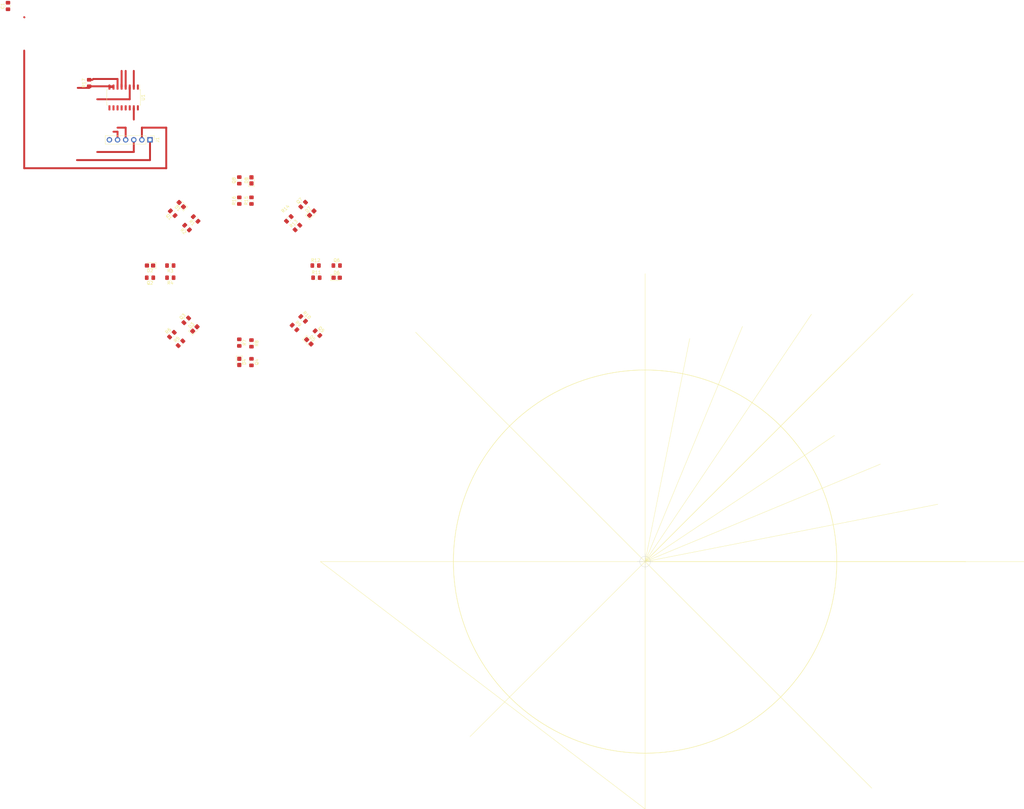
<source format=kicad_pcb>
(kicad_pcb (version 20171130) (host pcbnew "(5.1.4)-1")

  (general
    (thickness 1.6)
    (drawings 17)
    (tracks 30)
    (zones 0)
    (modules 36)
    (nets 24)
  )

  (page A4)
  (layers
    (0 F.Cu signal)
    (31 B.Cu signal)
    (32 B.Adhes user)
    (33 F.Adhes user)
    (34 B.Paste user hide)
    (35 F.Paste user)
    (36 B.SilkS user hide)
    (37 F.SilkS user)
    (38 B.Mask user)
    (39 F.Mask user)
    (40 Dwgs.User user)
    (41 Cmts.User user)
    (42 Eco1.User user)
    (43 Eco2.User user)
    (44 Edge.Cuts user)
    (45 Margin user)
    (46 B.CrtYd user)
    (47 F.CrtYd user)
    (48 B.Fab user)
    (49 F.Fab user)
  )

  (setup
    (last_trace_width 0.6)
    (user_trace_width 0.6)
    (user_trace_width 0.8)
    (user_trace_width 1)
    (trace_clearance 0.2)
    (zone_clearance 0.508)
    (zone_45_only no)
    (trace_min 0.2)
    (via_size 0.8)
    (via_drill 0.4)
    (via_min_size 0.4)
    (via_min_drill 0.3)
    (uvia_size 0.3)
    (uvia_drill 0.1)
    (uvias_allowed no)
    (uvia_min_size 0.2)
    (uvia_min_drill 0.1)
    (edge_width 0.05)
    (segment_width 0.2)
    (pcb_text_width 0.3)
    (pcb_text_size 1.5 1.5)
    (mod_edge_width 0.12)
    (mod_text_size 1 1)
    (mod_text_width 0.15)
    (pad_size 1.524 1.524)
    (pad_drill 0.762)
    (pad_to_mask_clearance 0.051)
    (solder_mask_min_width 0.25)
    (aux_axis_origin 0 0)
    (visible_elements FFFFFF7F)
    (pcbplotparams
      (layerselection 0x010fc_ffffffff)
      (usegerberextensions false)
      (usegerberattributes false)
      (usegerberadvancedattributes false)
      (creategerberjobfile false)
      (excludeedgelayer true)
      (linewidth 0.100000)
      (plotframeref false)
      (viasonmask false)
      (mode 1)
      (useauxorigin false)
      (hpglpennumber 1)
      (hpglpenspeed 20)
      (hpglpendiameter 15.000000)
      (psnegative false)
      (psa4output false)
      (plotreference true)
      (plotvalue true)
      (plotinvisibletext false)
      (padsonsilk false)
      (subtractmaskfromsilk false)
      (outputformat 1)
      (mirror false)
      (drillshape 1)
      (scaleselection 1)
      (outputdirectory ""))
  )

  (net 0 "")
  (net 1 "Net-(C1-Pad1)")
  (net 2 "Net-(C1-Pad2)")
  (net 3 "Net-(J1-Pad3)")
  (net 4 "Net-(J1-Pad4)")
  (net 5 "Net-(J1-Pad5)")
  (net 6 "Net-(J1-Pad6)")
  (net 7 "Net-(Q1-Pad1)")
  (net 8 "Net-(Q2-Pad1)")
  (net 9 "Net-(Q3-Pad1)")
  (net 10 "Net-(Q4-Pad1)")
  (net 11 "Net-(Q5-Pad1)")
  (net 12 "Net-(Q6-Pad1)")
  (net 13 "Net-(Q7-Pad1)")
  (net 14 "Net-(Q8-Pad1)")
  (net 15 "Net-(D1-Pad1)")
  (net 16 "Net-(D2-Pad1)")
  (net 17 "Net-(D3-Pad1)")
  (net 18 "Net-(D4-Pad1)")
  (net 19 "Net-(D5-Pad1)")
  (net 20 "Net-(D6-Pad1)")
  (net 21 "Net-(D7-Pad1)")
  (net 22 "Net-(D8-Pad1)")
  (net 23 "Net-(R17-Pad2)")

  (net_class Default "Это класс цепей по умолчанию."
    (clearance 0.2)
    (trace_width 0.25)
    (via_dia 0.8)
    (via_drill 0.4)
    (uvia_dia 0.3)
    (uvia_drill 0.1)
    (add_net "Net-(C1-Pad1)")
    (add_net "Net-(C1-Pad2)")
    (add_net "Net-(D1-Pad1)")
    (add_net "Net-(D2-Pad1)")
    (add_net "Net-(D3-Pad1)")
    (add_net "Net-(D4-Pad1)")
    (add_net "Net-(D5-Pad1)")
    (add_net "Net-(D6-Pad1)")
    (add_net "Net-(D7-Pad1)")
    (add_net "Net-(D8-Pad1)")
    (add_net "Net-(J1-Pad3)")
    (add_net "Net-(J1-Pad4)")
    (add_net "Net-(J1-Pad5)")
    (add_net "Net-(J1-Pad6)")
    (add_net "Net-(Q1-Pad1)")
    (add_net "Net-(Q2-Pad1)")
    (add_net "Net-(Q3-Pad1)")
    (add_net "Net-(Q4-Pad1)")
    (add_net "Net-(Q5-Pad1)")
    (add_net "Net-(Q6-Pad1)")
    (add_net "Net-(Q7-Pad1)")
    (add_net "Net-(Q8-Pad1)")
    (add_net "Net-(R17-Pad2)")
  )

  (module Resistor_SMD:R_0805_2012Metric_Pad1.15x1.40mm_HandSolder (layer F.Cu) (tedit 5B36C52B) (tstamp 5DF3DDC0)
    (at 0 1.27 90)
    (descr "Resistor SMD 0805 (2012 Metric), square (rectangular) end terminal, IPC_7351 nominal with elongated pad for handsoldering. (Body size source: https://docs.google.com/spreadsheets/d/1BsfQQcO9C6DZCsRaXUlFlo91Tg2WpOkGARC1WS5S8t0/edit?usp=sharing), generated with kicad-footprint-generator")
    (tags "resistor handsolder")
    (path /5DF4C7C0)
    (attr smd)
    (fp_text reference R16 (at 0 -1.65 90) (layer F.SilkS)
      (effects (font (size 1 1) (thickness 0.15)))
    )
    (fp_text value R (at 0 1.65 90) (layer F.Fab)
      (effects (font (size 1 1) (thickness 0.15)))
    )
    (fp_text user %R (at 0 0 90) (layer F.Fab)
      (effects (font (size 0.5 0.5) (thickness 0.08)))
    )
    (fp_line (start 1.85 0.95) (end -1.85 0.95) (layer F.CrtYd) (width 0.05))
    (fp_line (start 1.85 -0.95) (end 1.85 0.95) (layer F.CrtYd) (width 0.05))
    (fp_line (start -1.85 -0.95) (end 1.85 -0.95) (layer F.CrtYd) (width 0.05))
    (fp_line (start -1.85 0.95) (end -1.85 -0.95) (layer F.CrtYd) (width 0.05))
    (fp_line (start -0.261252 0.71) (end 0.261252 0.71) (layer F.SilkS) (width 0.12))
    (fp_line (start -0.261252 -0.71) (end 0.261252 -0.71) (layer F.SilkS) (width 0.12))
    (fp_line (start 1 0.6) (end -1 0.6) (layer F.Fab) (width 0.1))
    (fp_line (start 1 -0.6) (end 1 0.6) (layer F.Fab) (width 0.1))
    (fp_line (start -1 -0.6) (end 1 -0.6) (layer F.Fab) (width 0.1))
    (fp_line (start -1 0.6) (end -1 -0.6) (layer F.Fab) (width 0.1))
    (pad 2 smd roundrect (at 1.025 0 90) (size 1.15 1.4) (layers F.Cu F.Paste F.Mask) (roundrect_rratio 0.217391)
      (net 14 "Net-(Q8-Pad1)"))
    (pad 1 smd roundrect (at -1.025 0 90) (size 1.15 1.4) (layers F.Cu F.Paste F.Mask) (roundrect_rratio 0.217391)
      (net 2 "Net-(C1-Pad2)"))
    (model ${KISYS3DMOD}/Resistor_SMD.3dshapes/R_0805_2012Metric.wrl
      (at (xyz 0 0 0))
      (scale (xyz 1 1 1))
      (rotate (xyz 0 0 0))
    )
  )

  (module Resistor_SMD:R_0805_2012Metric_Pad1.15x1.40mm_HandSolder (layer F.Cu) (tedit 5B36C52B) (tstamp 5DF3DDAF)
    (at 3.81 1.27 90)
    (descr "Resistor SMD 0805 (2012 Metric), square (rectangular) end terminal, IPC_7351 nominal with elongated pad for handsoldering. (Body size source: https://docs.google.com/spreadsheets/d/1BsfQQcO9C6DZCsRaXUlFlo91Tg2WpOkGARC1WS5S8t0/edit?usp=sharing), generated with kicad-footprint-generator")
    (tags "resistor handsolder")
    (path /5DF4C7BA)
    (attr smd)
    (fp_text reference R15 (at 0 -1.65 90) (layer F.SilkS)
      (effects (font (size 1 1) (thickness 0.15)))
    )
    (fp_text value R (at 0 1.65 90) (layer F.Fab)
      (effects (font (size 1 1) (thickness 0.15)))
    )
    (fp_text user %R (at 0 0 90) (layer F.Fab)
      (effects (font (size 0.5 0.5) (thickness 0.08)))
    )
    (fp_line (start 1.85 0.95) (end -1.85 0.95) (layer F.CrtYd) (width 0.05))
    (fp_line (start 1.85 -0.95) (end 1.85 0.95) (layer F.CrtYd) (width 0.05))
    (fp_line (start -1.85 -0.95) (end 1.85 -0.95) (layer F.CrtYd) (width 0.05))
    (fp_line (start -1.85 0.95) (end -1.85 -0.95) (layer F.CrtYd) (width 0.05))
    (fp_line (start -0.261252 0.71) (end 0.261252 0.71) (layer F.SilkS) (width 0.12))
    (fp_line (start -0.261252 -0.71) (end 0.261252 -0.71) (layer F.SilkS) (width 0.12))
    (fp_line (start 1 0.6) (end -1 0.6) (layer F.Fab) (width 0.1))
    (fp_line (start 1 -0.6) (end 1 0.6) (layer F.Fab) (width 0.1))
    (fp_line (start -1 -0.6) (end 1 -0.6) (layer F.Fab) (width 0.1))
    (fp_line (start -1 0.6) (end -1 -0.6) (layer F.Fab) (width 0.1))
    (pad 2 smd roundrect (at 1.025 0 90) (size 1.15 1.4) (layers F.Cu F.Paste F.Mask) (roundrect_rratio 0.217391)
      (net 22 "Net-(D8-Pad1)"))
    (pad 1 smd roundrect (at -1.025 0 90) (size 1.15 1.4) (layers F.Cu F.Paste F.Mask) (roundrect_rratio 0.217391)
      (net 2 "Net-(C1-Pad2)"))
    (model ${KISYS3DMOD}/Resistor_SMD.3dshapes/R_0805_2012Metric.wrl
      (at (xyz 0 0 0))
      (scale (xyz 1 1 1))
      (rotate (xyz 0 0 0))
    )
  )

  (module Resistor_SMD:R_0805_2012Metric_Pad1.15x1.40mm_HandSolder (layer F.Cu) (tedit 5B36C52B) (tstamp 5DF3DCB0)
    (at 0 -5.08 90)
    (descr "Resistor SMD 0805 (2012 Metric), square (rectangular) end terminal, IPC_7351 nominal with elongated pad for handsoldering. (Body size source: https://docs.google.com/spreadsheets/d/1BsfQQcO9C6DZCsRaXUlFlo91Tg2WpOkGARC1WS5S8t0/edit?usp=sharing), generated with kicad-footprint-generator")
    (tags "resistor handsolder")
    (path /5DF4C7CC)
    (attr smd)
    (fp_text reference Q8 (at 0 -1.65 90) (layer F.SilkS)
      (effects (font (size 1 1) (thickness 0.15)))
    )
    (fp_text value SFH300 (at 0 1.65 90) (layer F.Fab)
      (effects (font (size 1 1) (thickness 0.15)))
    )
    (fp_text user %R (at 0 0 90) (layer F.Fab)
      (effects (font (size 0.5 0.5) (thickness 0.08)))
    )
    (fp_line (start 1.85 0.95) (end -1.85 0.95) (layer F.CrtYd) (width 0.05))
    (fp_line (start 1.85 -0.95) (end 1.85 0.95) (layer F.CrtYd) (width 0.05))
    (fp_line (start -1.85 -0.95) (end 1.85 -0.95) (layer F.CrtYd) (width 0.05))
    (fp_line (start -1.85 0.95) (end -1.85 -0.95) (layer F.CrtYd) (width 0.05))
    (fp_line (start -0.261252 0.71) (end 0.261252 0.71) (layer F.SilkS) (width 0.12))
    (fp_line (start -0.261252 -0.71) (end 0.261252 -0.71) (layer F.SilkS) (width 0.12))
    (fp_line (start 1 0.6) (end -1 0.6) (layer F.Fab) (width 0.1))
    (fp_line (start 1 -0.6) (end 1 0.6) (layer F.Fab) (width 0.1))
    (fp_line (start -1 -0.6) (end 1 -0.6) (layer F.Fab) (width 0.1))
    (fp_line (start -1 0.6) (end -1 -0.6) (layer F.Fab) (width 0.1))
    (pad 2 smd roundrect (at 1.025 0 90) (size 1.15 1.4) (layers F.Cu F.Paste F.Mask) (roundrect_rratio 0.217391)
      (net 1 "Net-(C1-Pad1)"))
    (pad 1 smd roundrect (at -1.025 0 90) (size 1.15 1.4) (layers F.Cu F.Paste F.Mask) (roundrect_rratio 0.217391)
      (net 14 "Net-(Q8-Pad1)"))
    (model ${KISYS3DMOD}/Resistor_SMD.3dshapes/R_0805_2012Metric.wrl
      (at (xyz 0 0 0))
      (scale (xyz 1 1 1))
      (rotate (xyz 0 0 0))
    )
  )

  (module LED_SMD:LED_0805_2012Metric_Castellated (layer F.Cu) (tedit 5B36C52C) (tstamp 5DF3DC0E)
    (at 3.81 -5.08 90)
    (descr "LED SMD 0805 (2012 Metric), castellated end terminal, IPC_7351 nominal, (Body size source: https://docs.google.com/spreadsheets/d/1BsfQQcO9C6DZCsRaXUlFlo91Tg2WpOkGARC1WS5S8t0/edit?usp=sharing), generated with kicad-footprint-generator")
    (tags "LED castellated")
    (path /5DF4C7C6)
    (attr smd)
    (fp_text reference D8 (at 0 -1.6 90) (layer F.SilkS)
      (effects (font (size 1 1) (thickness 0.15)))
    )
    (fp_text value LED (at 0 1.6 90) (layer F.Fab)
      (effects (font (size 1 1) (thickness 0.15)))
    )
    (fp_text user %R (at 0 0 90) (layer F.Fab)
      (effects (font (size 0.5 0.5) (thickness 0.08)))
    )
    (fp_line (start 1.88 0.9) (end -1.88 0.9) (layer F.CrtYd) (width 0.05))
    (fp_line (start 1.88 -0.9) (end 1.88 0.9) (layer F.CrtYd) (width 0.05))
    (fp_line (start -1.88 -0.9) (end 1.88 -0.9) (layer F.CrtYd) (width 0.05))
    (fp_line (start -1.88 0.9) (end -1.88 -0.9) (layer F.CrtYd) (width 0.05))
    (fp_line (start -1.885 0.91) (end 1 0.91) (layer F.SilkS) (width 0.12))
    (fp_line (start -1.885 -0.91) (end -1.885 0.91) (layer F.SilkS) (width 0.12))
    (fp_line (start 1 -0.91) (end -1.885 -0.91) (layer F.SilkS) (width 0.12))
    (fp_line (start 1 0.6) (end 1 -0.6) (layer F.Fab) (width 0.1))
    (fp_line (start -1 0.6) (end 1 0.6) (layer F.Fab) (width 0.1))
    (fp_line (start -1 -0.3) (end -1 0.6) (layer F.Fab) (width 0.1))
    (fp_line (start -0.7 -0.6) (end -1 -0.3) (layer F.Fab) (width 0.1))
    (fp_line (start 1 -0.6) (end -0.7 -0.6) (layer F.Fab) (width 0.1))
    (pad 2 smd roundrect (at 0.9625 0 90) (size 1.325 1.3) (layers F.Cu F.Paste F.Mask) (roundrect_rratio 0.192308)
      (net 1 "Net-(C1-Pad1)"))
    (pad 1 smd roundrect (at -0.9625 0 90) (size 1.325 1.3) (layers F.Cu F.Paste F.Mask) (roundrect_rratio 0.192308)
      (net 22 "Net-(D8-Pad1)"))
    (model ${KISYS3DMOD}/LED_SMD.3dshapes/LED_0805_2012Metric_Castellated.wrl
      (at (xyz 0 0 0))
      (scale (xyz 1 1 1))
      (rotate (xyz 0 0 0))
    )
  )

  (module Package_SO:SOP-16_4.55x10.3mm_P1.27mm (layer F.Cu) (tedit 5C5B553D) (tstamp 5DF3DDF8)
    (at -36.195 -31.04 270)
    (descr "SOP, 16 Pin (https://toshiba.semicon-storage.com/info/docget.jsp?did=12855&prodName=TLP290-4), generated with kicad-footprint-generator ipc_gullwing_generator.py")
    (tags "SOP SO")
    (path /5DF3FCD1)
    (attr smd)
    (fp_text reference U1 (at 0 -6.1 90) (layer F.SilkS)
      (effects (font (size 1 1) (thickness 0.15)))
    )
    (fp_text value 74HC4051 (at 0 6.1 90) (layer F.Fab)
      (effects (font (size 1 1) (thickness 0.15)))
    )
    (fp_text user %R (at 0 0 90) (layer F.Fab)
      (effects (font (size 1 1) (thickness 0.15)))
    )
    (fp_line (start 4.3 -5.4) (end -4.3 -5.4) (layer F.CrtYd) (width 0.05))
    (fp_line (start 4.3 5.4) (end 4.3 -5.4) (layer F.CrtYd) (width 0.05))
    (fp_line (start -4.3 5.4) (end 4.3 5.4) (layer F.CrtYd) (width 0.05))
    (fp_line (start -4.3 -5.4) (end -4.3 5.4) (layer F.CrtYd) (width 0.05))
    (fp_line (start -2.275 -4.15) (end -1.275 -5.15) (layer F.Fab) (width 0.1))
    (fp_line (start -2.275 5.15) (end -2.275 -4.15) (layer F.Fab) (width 0.1))
    (fp_line (start 2.275 5.15) (end -2.275 5.15) (layer F.Fab) (width 0.1))
    (fp_line (start 2.275 -5.15) (end 2.275 5.15) (layer F.Fab) (width 0.1))
    (fp_line (start -1.275 -5.15) (end 2.275 -5.15) (layer F.Fab) (width 0.1))
    (fp_line (start -2.385 -5.005) (end -4.05 -5.005) (layer F.SilkS) (width 0.12))
    (fp_line (start -2.385 -5.26) (end -2.385 -5.005) (layer F.SilkS) (width 0.12))
    (fp_line (start 0 -5.26) (end -2.385 -5.26) (layer F.SilkS) (width 0.12))
    (fp_line (start 2.385 -5.26) (end 2.385 -5.005) (layer F.SilkS) (width 0.12))
    (fp_line (start 0 -5.26) (end 2.385 -5.26) (layer F.SilkS) (width 0.12))
    (fp_line (start -2.385 5.26) (end -2.385 5.005) (layer F.SilkS) (width 0.12))
    (fp_line (start 0 5.26) (end -2.385 5.26) (layer F.SilkS) (width 0.12))
    (fp_line (start 2.385 5.26) (end 2.385 5.005) (layer F.SilkS) (width 0.12))
    (fp_line (start 0 5.26) (end 2.385 5.26) (layer F.SilkS) (width 0.12))
    (pad 16 smd roundrect (at 3.25 -4.445 270) (size 1.6 0.6) (layers F.Cu F.Paste F.Mask) (roundrect_rratio 0.25)
      (net 1 "Net-(C1-Pad1)"))
    (pad 15 smd roundrect (at 3.25 -3.175 270) (size 1.6 0.6) (layers F.Cu F.Paste F.Mask) (roundrect_rratio 0.25)
      (net 9 "Net-(Q3-Pad1)"))
    (pad 14 smd roundrect (at 3.25 -1.905 270) (size 1.6 0.6) (layers F.Cu F.Paste F.Mask) (roundrect_rratio 0.25)
      (net 8 "Net-(Q2-Pad1)"))
    (pad 13 smd roundrect (at 3.25 -0.635 270) (size 1.6 0.6) (layers F.Cu F.Paste F.Mask) (roundrect_rratio 0.25)
      (net 7 "Net-(Q1-Pad1)"))
    (pad 12 smd roundrect (at 3.25 0.635 270) (size 1.6 0.6) (layers F.Cu F.Paste F.Mask) (roundrect_rratio 0.25)
      (net 10 "Net-(Q4-Pad1)"))
    (pad 11 smd roundrect (at 3.25 1.905 270) (size 1.6 0.6) (layers F.Cu F.Paste F.Mask) (roundrect_rratio 0.25)
      (net 4 "Net-(J1-Pad4)"))
    (pad 10 smd roundrect (at 3.25 3.175 270) (size 1.6 0.6) (layers F.Cu F.Paste F.Mask) (roundrect_rratio 0.25)
      (net 5 "Net-(J1-Pad5)"))
    (pad 9 smd roundrect (at 3.25 4.445 270) (size 1.6 0.6) (layers F.Cu F.Paste F.Mask) (roundrect_rratio 0.25)
      (net 6 "Net-(J1-Pad6)"))
    (pad 8 smd roundrect (at -3.25 4.445 270) (size 1.6 0.6) (layers F.Cu F.Paste F.Mask) (roundrect_rratio 0.25)
      (net 2 "Net-(C1-Pad2)"))
    (pad 7 smd roundrect (at -3.25 3.175 270) (size 1.6 0.6) (layers F.Cu F.Paste F.Mask) (roundrect_rratio 0.25)
      (net 2 "Net-(C1-Pad2)"))
    (pad 6 smd roundrect (at -3.25 1.905 270) (size 1.6 0.6) (layers F.Cu F.Paste F.Mask) (roundrect_rratio 0.25)
      (net 23 "Net-(R17-Pad2)"))
    (pad 5 smd roundrect (at -3.25 0.635 270) (size 1.6 0.6) (layers F.Cu F.Paste F.Mask) (roundrect_rratio 0.25)
      (net 12 "Net-(Q6-Pad1)"))
    (pad 4 smd roundrect (at -3.25 -0.635 270) (size 1.6 0.6) (layers F.Cu F.Paste F.Mask) (roundrect_rratio 0.25)
      (net 14 "Net-(Q8-Pad1)"))
    (pad 3 smd roundrect (at -3.25 -1.905 270) (size 1.6 0.6) (layers F.Cu F.Paste F.Mask) (roundrect_rratio 0.25)
      (net 3 "Net-(J1-Pad3)"))
    (pad 2 smd roundrect (at -3.25 -3.175 270) (size 1.6 0.6) (layers F.Cu F.Paste F.Mask) (roundrect_rratio 0.25)
      (net 13 "Net-(Q7-Pad1)"))
    (pad 1 smd roundrect (at -3.25 -4.445 270) (size 1.6 0.6) (layers F.Cu F.Paste F.Mask) (roundrect_rratio 0.25)
      (net 11 "Net-(Q5-Pad1)"))
    (model ${KISYS3DMOD}/Package_SO.3dshapes/SOP-16_4.55x10.3mm_P1.27mm.wrl
      (at (xyz 0 0 0))
      (scale (xyz 1 1 1))
      (rotate (xyz 0 0 0))
    )
  )

  (module Resistor_SMD:R_0805_2012Metric_Pad1.15x1.40mm_HandSolder (layer F.Cu) (tedit 5B36C52B) (tstamp 5DF3DDD1)
    (at -46.99 -35.56 90)
    (descr "Resistor SMD 0805 (2012 Metric), square (rectangular) end terminal, IPC_7351 nominal with elongated pad for handsoldering. (Body size source: https://docs.google.com/spreadsheets/d/1BsfQQcO9C6DZCsRaXUlFlo91Tg2WpOkGARC1WS5S8t0/edit?usp=sharing), generated with kicad-footprint-generator")
    (tags "resistor handsolder")
    (path /5DFA6CFC)
    (attr smd)
    (fp_text reference R17 (at 0 -1.65 90) (layer F.SilkS)
      (effects (font (size 1 1) (thickness 0.15)))
    )
    (fp_text value R (at 0 1.65 90) (layer F.Fab)
      (effects (font (size 1 1) (thickness 0.15)))
    )
    (fp_text user %R (at 0 0 90) (layer F.Fab)
      (effects (font (size 0.5 0.5) (thickness 0.08)))
    )
    (fp_line (start 1.85 0.95) (end -1.85 0.95) (layer F.CrtYd) (width 0.05))
    (fp_line (start 1.85 -0.95) (end 1.85 0.95) (layer F.CrtYd) (width 0.05))
    (fp_line (start -1.85 -0.95) (end 1.85 -0.95) (layer F.CrtYd) (width 0.05))
    (fp_line (start -1.85 0.95) (end -1.85 -0.95) (layer F.CrtYd) (width 0.05))
    (fp_line (start -0.261252 0.71) (end 0.261252 0.71) (layer F.SilkS) (width 0.12))
    (fp_line (start -0.261252 -0.71) (end 0.261252 -0.71) (layer F.SilkS) (width 0.12))
    (fp_line (start 1 0.6) (end -1 0.6) (layer F.Fab) (width 0.1))
    (fp_line (start 1 -0.6) (end 1 0.6) (layer F.Fab) (width 0.1))
    (fp_line (start -1 -0.6) (end 1 -0.6) (layer F.Fab) (width 0.1))
    (fp_line (start -1 0.6) (end -1 -0.6) (layer F.Fab) (width 0.1))
    (pad 2 smd roundrect (at 1.025 0 90) (size 1.15 1.4) (layers F.Cu F.Paste F.Mask) (roundrect_rratio 0.217391)
      (net 23 "Net-(R17-Pad2)"))
    (pad 1 smd roundrect (at -1.025 0 90) (size 1.15 1.4) (layers F.Cu F.Paste F.Mask) (roundrect_rratio 0.217391)
      (net 2 "Net-(C1-Pad2)"))
    (model ${KISYS3DMOD}/Resistor_SMD.3dshapes/R_0805_2012Metric.wrl
      (at (xyz 0 0 0))
      (scale (xyz 1 1 1))
      (rotate (xyz 0 0 0))
    )
  )

  (module Resistor_SMD:R_0805_2012Metric_Pad1.15x1.40mm_HandSolder (layer F.Cu) (tedit 5B36C52B) (tstamp 5DF3DD9E)
    (at 15.501668 6.983238 45)
    (descr "Resistor SMD 0805 (2012 Metric), square (rectangular) end terminal, IPC_7351 nominal with elongated pad for handsoldering. (Body size source: https://docs.google.com/spreadsheets/d/1BsfQQcO9C6DZCsRaXUlFlo91Tg2WpOkGARC1WS5S8t0/edit?usp=sharing), generated with kicad-footprint-generator")
    (tags "resistor handsolder")
    (path /5DF4C7A3)
    (attr smd)
    (fp_text reference R14 (at 1.5 -3 45) (layer F.SilkS)
      (effects (font (size 1 1) (thickness 0.15)))
    )
    (fp_text value R (at 0 1.65 45) (layer F.Fab)
      (effects (font (size 1 1) (thickness 0.15)))
    )
    (fp_text user %R (at 0 0 45) (layer F.Fab)
      (effects (font (size 0.5 0.5) (thickness 0.08)))
    )
    (fp_line (start 1.85 0.95) (end -1.85 0.95) (layer F.CrtYd) (width 0.05))
    (fp_line (start 1.85 -0.95) (end 1.85 0.95) (layer F.CrtYd) (width 0.05))
    (fp_line (start -1.85 -0.95) (end 1.85 -0.95) (layer F.CrtYd) (width 0.05))
    (fp_line (start -1.85 0.95) (end -1.85 -0.95) (layer F.CrtYd) (width 0.05))
    (fp_line (start -0.261252 0.71) (end 0.261252 0.71) (layer F.SilkS) (width 0.12))
    (fp_line (start -0.261252 -0.71) (end 0.261252 -0.71) (layer F.SilkS) (width 0.12))
    (fp_line (start 1 0.6) (end -1 0.6) (layer F.Fab) (width 0.1))
    (fp_line (start 1 -0.6) (end 1 0.6) (layer F.Fab) (width 0.1))
    (fp_line (start -1 -0.6) (end 1 -0.6) (layer F.Fab) (width 0.1))
    (fp_line (start -1 0.6) (end -1 -0.6) (layer F.Fab) (width 0.1))
    (pad 2 smd roundrect (at 1.025 0 45) (size 1.15 1.4) (layers F.Cu F.Paste F.Mask) (roundrect_rratio 0.217391)
      (net 13 "Net-(Q7-Pad1)"))
    (pad 1 smd roundrect (at -1.025 0 45) (size 1.15 1.4) (layers F.Cu F.Paste F.Mask) (roundrect_rratio 0.217391)
      (net 2 "Net-(C1-Pad2)"))
    (model ${KISYS3DMOD}/Resistor_SMD.3dshapes/R_0805_2012Metric.wrl
      (at (xyz 0 0 0))
      (scale (xyz 1 1 1))
      (rotate (xyz 0 0 0))
    )
  )

  (module Resistor_SMD:R_0805_2012Metric_Pad1.15x1.40mm_HandSolder (layer F.Cu) (tedit 5B36C52B) (tstamp 5DF3DD8D)
    (at 18.195745 9.677314 45)
    (descr "Resistor SMD 0805 (2012 Metric), square (rectangular) end terminal, IPC_7351 nominal with elongated pad for handsoldering. (Body size source: https://docs.google.com/spreadsheets/d/1BsfQQcO9C6DZCsRaXUlFlo91Tg2WpOkGARC1WS5S8t0/edit?usp=sharing), generated with kicad-footprint-generator")
    (tags "resistor handsolder")
    (path /5DF4C79D)
    (attr smd)
    (fp_text reference R13 (at 0 -1.65 45) (layer F.SilkS)
      (effects (font (size 1 1) (thickness 0.15)))
    )
    (fp_text value R (at 0 1.65 45) (layer F.Fab)
      (effects (font (size 1 1) (thickness 0.15)))
    )
    (fp_text user %R (at 0 0 45) (layer F.Fab)
      (effects (font (size 0.5 0.5) (thickness 0.08)))
    )
    (fp_line (start 1.85 0.95) (end -1.85 0.95) (layer F.CrtYd) (width 0.05))
    (fp_line (start 1.85 -0.95) (end 1.85 0.95) (layer F.CrtYd) (width 0.05))
    (fp_line (start -1.85 -0.95) (end 1.85 -0.95) (layer F.CrtYd) (width 0.05))
    (fp_line (start -1.85 0.95) (end -1.85 -0.95) (layer F.CrtYd) (width 0.05))
    (fp_line (start -0.261252 0.71) (end 0.261252 0.71) (layer F.SilkS) (width 0.12))
    (fp_line (start -0.261252 -0.71) (end 0.261252 -0.71) (layer F.SilkS) (width 0.12))
    (fp_line (start 1 0.6) (end -1 0.6) (layer F.Fab) (width 0.1))
    (fp_line (start 1 -0.6) (end 1 0.6) (layer F.Fab) (width 0.1))
    (fp_line (start -1 -0.6) (end 1 -0.6) (layer F.Fab) (width 0.1))
    (fp_line (start -1 0.6) (end -1 -0.6) (layer F.Fab) (width 0.1))
    (pad 2 smd roundrect (at 1.025 0 45) (size 1.15 1.4) (layers F.Cu F.Paste F.Mask) (roundrect_rratio 0.217391)
      (net 21 "Net-(D7-Pad1)"))
    (pad 1 smd roundrect (at -1.025 0 45) (size 1.15 1.4) (layers F.Cu F.Paste F.Mask) (roundrect_rratio 0.217391)
      (net 2 "Net-(C1-Pad2)"))
    (model ${KISYS3DMOD}/Resistor_SMD.3dshapes/R_0805_2012Metric.wrl
      (at (xyz 0 0 0))
      (scale (xyz 1 1 1))
      (rotate (xyz 0 0 0))
    )
  )

  (module Resistor_SMD:R_0805_2012Metric_Pad1.15x1.40mm_HandSolder (layer F.Cu) (tedit 5B36C52B) (tstamp 5DF3DD7C)
    (at 23.885 21.59)
    (descr "Resistor SMD 0805 (2012 Metric), square (rectangular) end terminal, IPC_7351 nominal with elongated pad for handsoldering. (Body size source: https://docs.google.com/spreadsheets/d/1BsfQQcO9C6DZCsRaXUlFlo91Tg2WpOkGARC1WS5S8t0/edit?usp=sharing), generated with kicad-footprint-generator")
    (tags "resistor handsolder")
    (path /5DF4C786)
    (attr smd)
    (fp_text reference R12 (at 0 -1.65) (layer F.SilkS)
      (effects (font (size 1 1) (thickness 0.15)))
    )
    (fp_text value R (at 0 1.65) (layer F.Fab)
      (effects (font (size 1 1) (thickness 0.15)))
    )
    (fp_text user %R (at 0 0) (layer F.Fab)
      (effects (font (size 0.5 0.5) (thickness 0.08)))
    )
    (fp_line (start 1.85 0.95) (end -1.85 0.95) (layer F.CrtYd) (width 0.05))
    (fp_line (start 1.85 -0.95) (end 1.85 0.95) (layer F.CrtYd) (width 0.05))
    (fp_line (start -1.85 -0.95) (end 1.85 -0.95) (layer F.CrtYd) (width 0.05))
    (fp_line (start -1.85 0.95) (end -1.85 -0.95) (layer F.CrtYd) (width 0.05))
    (fp_line (start -0.261252 0.71) (end 0.261252 0.71) (layer F.SilkS) (width 0.12))
    (fp_line (start -0.261252 -0.71) (end 0.261252 -0.71) (layer F.SilkS) (width 0.12))
    (fp_line (start 1 0.6) (end -1 0.6) (layer F.Fab) (width 0.1))
    (fp_line (start 1 -0.6) (end 1 0.6) (layer F.Fab) (width 0.1))
    (fp_line (start -1 -0.6) (end 1 -0.6) (layer F.Fab) (width 0.1))
    (fp_line (start -1 0.6) (end -1 -0.6) (layer F.Fab) (width 0.1))
    (pad 2 smd roundrect (at 1.025 0) (size 1.15 1.4) (layers F.Cu F.Paste F.Mask) (roundrect_rratio 0.217391)
      (net 12 "Net-(Q6-Pad1)"))
    (pad 1 smd roundrect (at -1.025 0) (size 1.15 1.4) (layers F.Cu F.Paste F.Mask) (roundrect_rratio 0.217391)
      (net 2 "Net-(C1-Pad2)"))
    (model ${KISYS3DMOD}/Resistor_SMD.3dshapes/R_0805_2012Metric.wrl
      (at (xyz 0 0 0))
      (scale (xyz 1 1 1))
      (rotate (xyz 0 0 0))
    )
  )

  (module Resistor_SMD:R_0805_2012Metric_Pad1.15x1.40mm_HandSolder (layer F.Cu) (tedit 5B36C52B) (tstamp 5DF3DD6B)
    (at 24.13 25.4)
    (descr "Resistor SMD 0805 (2012 Metric), square (rectangular) end terminal, IPC_7351 nominal with elongated pad for handsoldering. (Body size source: https://docs.google.com/spreadsheets/d/1BsfQQcO9C6DZCsRaXUlFlo91Tg2WpOkGARC1WS5S8t0/edit?usp=sharing), generated with kicad-footprint-generator")
    (tags "resistor handsolder")
    (path /5DF4C780)
    (attr smd)
    (fp_text reference R11 (at 0 -1.65) (layer F.SilkS)
      (effects (font (size 1 1) (thickness 0.15)))
    )
    (fp_text value R (at 0 1.65) (layer F.Fab)
      (effects (font (size 1 1) (thickness 0.15)))
    )
    (fp_text user %R (at 0 0) (layer F.Fab)
      (effects (font (size 0.5 0.5) (thickness 0.08)))
    )
    (fp_line (start 1.85 0.95) (end -1.85 0.95) (layer F.CrtYd) (width 0.05))
    (fp_line (start 1.85 -0.95) (end 1.85 0.95) (layer F.CrtYd) (width 0.05))
    (fp_line (start -1.85 -0.95) (end 1.85 -0.95) (layer F.CrtYd) (width 0.05))
    (fp_line (start -1.85 0.95) (end -1.85 -0.95) (layer F.CrtYd) (width 0.05))
    (fp_line (start -0.261252 0.71) (end 0.261252 0.71) (layer F.SilkS) (width 0.12))
    (fp_line (start -0.261252 -0.71) (end 0.261252 -0.71) (layer F.SilkS) (width 0.12))
    (fp_line (start 1 0.6) (end -1 0.6) (layer F.Fab) (width 0.1))
    (fp_line (start 1 -0.6) (end 1 0.6) (layer F.Fab) (width 0.1))
    (fp_line (start -1 -0.6) (end 1 -0.6) (layer F.Fab) (width 0.1))
    (fp_line (start -1 0.6) (end -1 -0.6) (layer F.Fab) (width 0.1))
    (pad 2 smd roundrect (at 1.025 0) (size 1.15 1.4) (layers F.Cu F.Paste F.Mask) (roundrect_rratio 0.217391)
      (net 20 "Net-(D6-Pad1)"))
    (pad 1 smd roundrect (at -1.025 0) (size 1.15 1.4) (layers F.Cu F.Paste F.Mask) (roundrect_rratio 0.217391)
      (net 2 "Net-(C1-Pad2)"))
    (model ${KISYS3DMOD}/Resistor_SMD.3dshapes/R_0805_2012Metric.wrl
      (at (xyz 0 0 0))
      (scale (xyz 1 1 1))
      (rotate (xyz 0 0 0))
    )
  )

  (module Resistor_SMD:R_0805_2012Metric_Pad1.15x1.40mm_HandSolder (layer F.Cu) (tedit 5B36C52B) (tstamp 5DF3DD5A)
    (at 19.974461 38.289583 315)
    (descr "Resistor SMD 0805 (2012 Metric), square (rectangular) end terminal, IPC_7351 nominal with elongated pad for handsoldering. (Body size source: https://docs.google.com/spreadsheets/d/1BsfQQcO9C6DZCsRaXUlFlo91Tg2WpOkGARC1WS5S8t0/edit?usp=sharing), generated with kicad-footprint-generator")
    (tags "resistor handsolder")
    (path /5DF4C768)
    (attr smd)
    (fp_text reference R10 (at 0 -1.65 135) (layer F.SilkS)
      (effects (font (size 1 1) (thickness 0.15)))
    )
    (fp_text value R (at 0 1.65 135) (layer F.Fab)
      (effects (font (size 1 1) (thickness 0.15)))
    )
    (fp_text user %R (at 0 0 135) (layer F.Fab)
      (effects (font (size 0.5 0.5) (thickness 0.08)))
    )
    (fp_line (start 1.85 0.95) (end -1.85 0.95) (layer F.CrtYd) (width 0.05))
    (fp_line (start 1.85 -0.95) (end 1.85 0.95) (layer F.CrtYd) (width 0.05))
    (fp_line (start -1.85 -0.95) (end 1.85 -0.95) (layer F.CrtYd) (width 0.05))
    (fp_line (start -1.85 0.95) (end -1.85 -0.95) (layer F.CrtYd) (width 0.05))
    (fp_line (start -0.261252 0.71) (end 0.261252 0.71) (layer F.SilkS) (width 0.12))
    (fp_line (start -0.261252 -0.71) (end 0.261252 -0.71) (layer F.SilkS) (width 0.12))
    (fp_line (start 1 0.6) (end -1 0.6) (layer F.Fab) (width 0.1))
    (fp_line (start 1 -0.6) (end 1 0.6) (layer F.Fab) (width 0.1))
    (fp_line (start -1 -0.6) (end 1 -0.6) (layer F.Fab) (width 0.1))
    (fp_line (start -1 0.6) (end -1 -0.6) (layer F.Fab) (width 0.1))
    (pad 2 smd roundrect (at 1.025 0 315) (size 1.15 1.4) (layers F.Cu F.Paste F.Mask) (roundrect_rratio 0.217391)
      (net 11 "Net-(Q5-Pad1)"))
    (pad 1 smd roundrect (at -1.025 0 315) (size 1.15 1.4) (layers F.Cu F.Paste F.Mask) (roundrect_rratio 0.217391)
      (net 2 "Net-(C1-Pad2)"))
    (model ${KISYS3DMOD}/Resistor_SMD.3dshapes/R_0805_2012Metric.wrl
      (at (xyz 0 0 0))
      (scale (xyz 1 1 1))
      (rotate (xyz 0 0 0))
    )
  )

  (module Resistor_SMD:R_0805_2012Metric_Pad1.15x1.40mm_HandSolder (layer F.Cu) (tedit 5B36C52B) (tstamp 5DF3DD49)
    (at 17.280384 40.98366 315)
    (descr "Resistor SMD 0805 (2012 Metric), square (rectangular) end terminal, IPC_7351 nominal with elongated pad for handsoldering. (Body size source: https://docs.google.com/spreadsheets/d/1BsfQQcO9C6DZCsRaXUlFlo91Tg2WpOkGARC1WS5S8t0/edit?usp=sharing), generated with kicad-footprint-generator")
    (tags "resistor handsolder")
    (path /5DF4C762)
    (attr smd)
    (fp_text reference R9 (at 0 -1.65 135) (layer F.SilkS)
      (effects (font (size 1 1) (thickness 0.15)))
    )
    (fp_text value R (at 0 1.65 135) (layer F.Fab)
      (effects (font (size 1 1) (thickness 0.15)))
    )
    (fp_text user %R (at 0 0 135) (layer F.Fab)
      (effects (font (size 0.5 0.5) (thickness 0.08)))
    )
    (fp_line (start 1.85 0.95) (end -1.85 0.95) (layer F.CrtYd) (width 0.05))
    (fp_line (start 1.85 -0.95) (end 1.85 0.95) (layer F.CrtYd) (width 0.05))
    (fp_line (start -1.85 -0.95) (end 1.85 -0.95) (layer F.CrtYd) (width 0.05))
    (fp_line (start -1.85 0.95) (end -1.85 -0.95) (layer F.CrtYd) (width 0.05))
    (fp_line (start -0.261252 0.71) (end 0.261252 0.71) (layer F.SilkS) (width 0.12))
    (fp_line (start -0.261252 -0.71) (end 0.261252 -0.71) (layer F.SilkS) (width 0.12))
    (fp_line (start 1 0.6) (end -1 0.6) (layer F.Fab) (width 0.1))
    (fp_line (start 1 -0.6) (end 1 0.6) (layer F.Fab) (width 0.1))
    (fp_line (start -1 -0.6) (end 1 -0.6) (layer F.Fab) (width 0.1))
    (fp_line (start -1 0.6) (end -1 -0.6) (layer F.Fab) (width 0.1))
    (pad 2 smd roundrect (at 1.025 0 315) (size 1.15 1.4) (layers F.Cu F.Paste F.Mask) (roundrect_rratio 0.217391)
      (net 19 "Net-(D5-Pad1)"))
    (pad 1 smd roundrect (at -1.025 0 315) (size 1.15 1.4) (layers F.Cu F.Paste F.Mask) (roundrect_rratio 0.217391)
      (net 2 "Net-(C1-Pad2)"))
    (model ${KISYS3DMOD}/Resistor_SMD.3dshapes/R_0805_2012Metric.wrl
      (at (xyz 0 0 0))
      (scale (xyz 1 1 1))
      (rotate (xyz 0 0 0))
    )
  )

  (module Resistor_SMD:R_0805_2012Metric_Pad1.15x1.40mm_HandSolder (layer F.Cu) (tedit 5B36C52B) (tstamp 5DF3DD38)
    (at 3.81 45.965 270)
    (descr "Resistor SMD 0805 (2012 Metric), square (rectangular) end terminal, IPC_7351 nominal with elongated pad for handsoldering. (Body size source: https://docs.google.com/spreadsheets/d/1BsfQQcO9C6DZCsRaXUlFlo91Tg2WpOkGARC1WS5S8t0/edit?usp=sharing), generated with kicad-footprint-generator")
    (tags "resistor handsolder")
    (path /5DF459CE)
    (attr smd)
    (fp_text reference R8 (at 0 -1.65 90) (layer F.SilkS)
      (effects (font (size 1 1) (thickness 0.15)))
    )
    (fp_text value R (at 0 1.65 90) (layer F.Fab)
      (effects (font (size 1 1) (thickness 0.15)))
    )
    (fp_text user %R (at 0 0 90) (layer F.Fab)
      (effects (font (size 0.5 0.5) (thickness 0.08)))
    )
    (fp_line (start 1.85 0.95) (end -1.85 0.95) (layer F.CrtYd) (width 0.05))
    (fp_line (start 1.85 -0.95) (end 1.85 0.95) (layer F.CrtYd) (width 0.05))
    (fp_line (start -1.85 -0.95) (end 1.85 -0.95) (layer F.CrtYd) (width 0.05))
    (fp_line (start -1.85 0.95) (end -1.85 -0.95) (layer F.CrtYd) (width 0.05))
    (fp_line (start -0.261252 0.71) (end 0.261252 0.71) (layer F.SilkS) (width 0.12))
    (fp_line (start -0.261252 -0.71) (end 0.261252 -0.71) (layer F.SilkS) (width 0.12))
    (fp_line (start 1 0.6) (end -1 0.6) (layer F.Fab) (width 0.1))
    (fp_line (start 1 -0.6) (end 1 0.6) (layer F.Fab) (width 0.1))
    (fp_line (start -1 -0.6) (end 1 -0.6) (layer F.Fab) (width 0.1))
    (fp_line (start -1 0.6) (end -1 -0.6) (layer F.Fab) (width 0.1))
    (pad 2 smd roundrect (at 1.025 0 270) (size 1.15 1.4) (layers F.Cu F.Paste F.Mask) (roundrect_rratio 0.217391)
      (net 10 "Net-(Q4-Pad1)"))
    (pad 1 smd roundrect (at -1.025 0 270) (size 1.15 1.4) (layers F.Cu F.Paste F.Mask) (roundrect_rratio 0.217391)
      (net 2 "Net-(C1-Pad2)"))
    (model ${KISYS3DMOD}/Resistor_SMD.3dshapes/R_0805_2012Metric.wrl
      (at (xyz 0 0 0))
      (scale (xyz 1 1 1))
      (rotate (xyz 0 0 0))
    )
  )

  (module Resistor_SMD:R_0805_2012Metric_Pad1.15x1.40mm_HandSolder (layer F.Cu) (tedit 5B36C52B) (tstamp 5DF3DD27)
    (at 0 45.72 270)
    (descr "Resistor SMD 0805 (2012 Metric), square (rectangular) end terminal, IPC_7351 nominal with elongated pad for handsoldering. (Body size source: https://docs.google.com/spreadsheets/d/1BsfQQcO9C6DZCsRaXUlFlo91Tg2WpOkGARC1WS5S8t0/edit?usp=sharing), generated with kicad-footprint-generator")
    (tags "resistor handsolder")
    (path /5DF459C8)
    (attr smd)
    (fp_text reference R7 (at 0 -1.65 90) (layer F.SilkS)
      (effects (font (size 1 1) (thickness 0.15)))
    )
    (fp_text value R (at 0 1.65 90) (layer F.Fab)
      (effects (font (size 1 1) (thickness 0.15)))
    )
    (fp_text user %R (at 0 0 90) (layer F.Fab)
      (effects (font (size 0.5 0.5) (thickness 0.08)))
    )
    (fp_line (start 1.85 0.95) (end -1.85 0.95) (layer F.CrtYd) (width 0.05))
    (fp_line (start 1.85 -0.95) (end 1.85 0.95) (layer F.CrtYd) (width 0.05))
    (fp_line (start -1.85 -0.95) (end 1.85 -0.95) (layer F.CrtYd) (width 0.05))
    (fp_line (start -1.85 0.95) (end -1.85 -0.95) (layer F.CrtYd) (width 0.05))
    (fp_line (start -0.261252 0.71) (end 0.261252 0.71) (layer F.SilkS) (width 0.12))
    (fp_line (start -0.261252 -0.71) (end 0.261252 -0.71) (layer F.SilkS) (width 0.12))
    (fp_line (start 1 0.6) (end -1 0.6) (layer F.Fab) (width 0.1))
    (fp_line (start 1 -0.6) (end 1 0.6) (layer F.Fab) (width 0.1))
    (fp_line (start -1 -0.6) (end 1 -0.6) (layer F.Fab) (width 0.1))
    (fp_line (start -1 0.6) (end -1 -0.6) (layer F.Fab) (width 0.1))
    (pad 2 smd roundrect (at 1.025 0 270) (size 1.15 1.4) (layers F.Cu F.Paste F.Mask) (roundrect_rratio 0.217391)
      (net 18 "Net-(D4-Pad1)"))
    (pad 1 smd roundrect (at -1.025 0 270) (size 1.15 1.4) (layers F.Cu F.Paste F.Mask) (roundrect_rratio 0.217391)
      (net 2 "Net-(C1-Pad2)"))
    (model ${KISYS3DMOD}/Resistor_SMD.3dshapes/R_0805_2012Metric.wrl
      (at (xyz 0 0 0))
      (scale (xyz 1 1 1))
      (rotate (xyz 0 0 0))
    )
  )

  (module Resistor_SMD:R_0805_2012Metric_Pad1.15x1.40mm_HandSolder (layer F.Cu) (tedit 5B36C52B) (tstamp 5DF3DD16)
    (at -21.091088 43.240481 45)
    (descr "Resistor SMD 0805 (2012 Metric), square (rectangular) end terminal, IPC_7351 nominal with elongated pad for handsoldering. (Body size source: https://docs.google.com/spreadsheets/d/1BsfQQcO9C6DZCsRaXUlFlo91Tg2WpOkGARC1WS5S8t0/edit?usp=sharing), generated with kicad-footprint-generator")
    (tags "resistor handsolder")
    (path /5DF4426D)
    (attr smd)
    (fp_text reference R6 (at 0 -1.65 45) (layer F.SilkS)
      (effects (font (size 1 1) (thickness 0.15)))
    )
    (fp_text value R (at 0 1.65 45) (layer F.Fab)
      (effects (font (size 1 1) (thickness 0.15)))
    )
    (fp_text user %R (at 0 0 45) (layer F.Fab)
      (effects (font (size 0.5 0.5) (thickness 0.08)))
    )
    (fp_line (start 1.85 0.95) (end -1.85 0.95) (layer F.CrtYd) (width 0.05))
    (fp_line (start 1.85 -0.95) (end 1.85 0.95) (layer F.CrtYd) (width 0.05))
    (fp_line (start -1.85 -0.95) (end 1.85 -0.95) (layer F.CrtYd) (width 0.05))
    (fp_line (start -1.85 0.95) (end -1.85 -0.95) (layer F.CrtYd) (width 0.05))
    (fp_line (start -0.261252 0.71) (end 0.261252 0.71) (layer F.SilkS) (width 0.12))
    (fp_line (start -0.261252 -0.71) (end 0.261252 -0.71) (layer F.SilkS) (width 0.12))
    (fp_line (start 1 0.6) (end -1 0.6) (layer F.Fab) (width 0.1))
    (fp_line (start 1 -0.6) (end 1 0.6) (layer F.Fab) (width 0.1))
    (fp_line (start -1 -0.6) (end 1 -0.6) (layer F.Fab) (width 0.1))
    (fp_line (start -1 0.6) (end -1 -0.6) (layer F.Fab) (width 0.1))
    (pad 2 smd roundrect (at 1.025 0 45) (size 1.15 1.4) (layers F.Cu F.Paste F.Mask) (roundrect_rratio 0.217391)
      (net 9 "Net-(Q3-Pad1)"))
    (pad 1 smd roundrect (at -1.025 0 45) (size 1.15 1.4) (layers F.Cu F.Paste F.Mask) (roundrect_rratio 0.217391)
      (net 2 "Net-(C1-Pad2)"))
    (model ${KISYS3DMOD}/Resistor_SMD.3dshapes/R_0805_2012Metric.wrl
      (at (xyz 0 0 0))
      (scale (xyz 1 1 1))
      (rotate (xyz 0 0 0))
    )
  )

  (module Resistor_SMD:R_0805_2012Metric_Pad1.15x1.40mm_HandSolder (layer F.Cu) (tedit 5B36C52B) (tstamp 5DF3DD05)
    (at -18.397011 45.934558 45)
    (descr "Resistor SMD 0805 (2012 Metric), square (rectangular) end terminal, IPC_7351 nominal with elongated pad for handsoldering. (Body size source: https://docs.google.com/spreadsheets/d/1BsfQQcO9C6DZCsRaXUlFlo91Tg2WpOkGARC1WS5S8t0/edit?usp=sharing), generated with kicad-footprint-generator")
    (tags "resistor handsolder")
    (path /5DF44267)
    (attr smd)
    (fp_text reference R5 (at 0 -1.65 45) (layer F.SilkS)
      (effects (font (size 1 1) (thickness 0.15)))
    )
    (fp_text value R (at 0 1.65 45) (layer F.Fab)
      (effects (font (size 1 1) (thickness 0.15)))
    )
    (fp_text user %R (at 0 0 45) (layer F.Fab)
      (effects (font (size 0.5 0.5) (thickness 0.08)))
    )
    (fp_line (start 1.85 0.95) (end -1.85 0.95) (layer F.CrtYd) (width 0.05))
    (fp_line (start 1.85 -0.95) (end 1.85 0.95) (layer F.CrtYd) (width 0.05))
    (fp_line (start -1.85 -0.95) (end 1.85 -0.95) (layer F.CrtYd) (width 0.05))
    (fp_line (start -1.85 0.95) (end -1.85 -0.95) (layer F.CrtYd) (width 0.05))
    (fp_line (start -0.261252 0.71) (end 0.261252 0.71) (layer F.SilkS) (width 0.12))
    (fp_line (start -0.261252 -0.71) (end 0.261252 -0.71) (layer F.SilkS) (width 0.12))
    (fp_line (start 1 0.6) (end -1 0.6) (layer F.Fab) (width 0.1))
    (fp_line (start 1 -0.6) (end 1 0.6) (layer F.Fab) (width 0.1))
    (fp_line (start -1 -0.6) (end 1 -0.6) (layer F.Fab) (width 0.1))
    (fp_line (start -1 0.6) (end -1 -0.6) (layer F.Fab) (width 0.1))
    (pad 2 smd roundrect (at 1.025 0 45) (size 1.15 1.4) (layers F.Cu F.Paste F.Mask) (roundrect_rratio 0.217391)
      (net 17 "Net-(D3-Pad1)"))
    (pad 1 smd roundrect (at -1.025 0 45) (size 1.15 1.4) (layers F.Cu F.Paste F.Mask) (roundrect_rratio 0.217391)
      (net 2 "Net-(C1-Pad2)"))
    (model ${KISYS3DMOD}/Resistor_SMD.3dshapes/R_0805_2012Metric.wrl
      (at (xyz 0 0 0))
      (scale (xyz 1 1 1))
      (rotate (xyz 0 0 0))
    )
  )

  (module Resistor_SMD:R_0805_2012Metric_Pad1.15x1.40mm_HandSolder (layer F.Cu) (tedit 5B36C52B) (tstamp 5DF3DCF4)
    (at -21.59 25.4 180)
    (descr "Resistor SMD 0805 (2012 Metric), square (rectangular) end terminal, IPC_7351 nominal with elongated pad for handsoldering. (Body size source: https://docs.google.com/spreadsheets/d/1BsfQQcO9C6DZCsRaXUlFlo91Tg2WpOkGARC1WS5S8t0/edit?usp=sharing), generated with kicad-footprint-generator")
    (tags "resistor handsolder")
    (path /5DF435C2)
    (attr smd)
    (fp_text reference R4 (at 0 -1.65) (layer F.SilkS)
      (effects (font (size 1 1) (thickness 0.15)))
    )
    (fp_text value R (at 0 1.65) (layer F.Fab)
      (effects (font (size 1 1) (thickness 0.15)))
    )
    (fp_text user %R (at 0 0) (layer F.Fab)
      (effects (font (size 0.5 0.5) (thickness 0.08)))
    )
    (fp_line (start 1.85 0.95) (end -1.85 0.95) (layer F.CrtYd) (width 0.05))
    (fp_line (start 1.85 -0.95) (end 1.85 0.95) (layer F.CrtYd) (width 0.05))
    (fp_line (start -1.85 -0.95) (end 1.85 -0.95) (layer F.CrtYd) (width 0.05))
    (fp_line (start -1.85 0.95) (end -1.85 -0.95) (layer F.CrtYd) (width 0.05))
    (fp_line (start -0.261252 0.71) (end 0.261252 0.71) (layer F.SilkS) (width 0.12))
    (fp_line (start -0.261252 -0.71) (end 0.261252 -0.71) (layer F.SilkS) (width 0.12))
    (fp_line (start 1 0.6) (end -1 0.6) (layer F.Fab) (width 0.1))
    (fp_line (start 1 -0.6) (end 1 0.6) (layer F.Fab) (width 0.1))
    (fp_line (start -1 -0.6) (end 1 -0.6) (layer F.Fab) (width 0.1))
    (fp_line (start -1 0.6) (end -1 -0.6) (layer F.Fab) (width 0.1))
    (pad 2 smd roundrect (at 1.025 0 180) (size 1.15 1.4) (layers F.Cu F.Paste F.Mask) (roundrect_rratio 0.217391)
      (net 8 "Net-(Q2-Pad1)"))
    (pad 1 smd roundrect (at -1.025 0 180) (size 1.15 1.4) (layers F.Cu F.Paste F.Mask) (roundrect_rratio 0.217391)
      (net 2 "Net-(C1-Pad2)"))
    (model ${KISYS3DMOD}/Resistor_SMD.3dshapes/R_0805_2012Metric.wrl
      (at (xyz 0 0 0))
      (scale (xyz 1 1 1))
      (rotate (xyz 0 0 0))
    )
  )

  (module Resistor_SMD:R_0805_2012Metric_Pad1.15x1.40mm_HandSolder (layer F.Cu) (tedit 5B36C52B) (tstamp 5DF3DCE3)
    (at -21.59 21.59 180)
    (descr "Resistor SMD 0805 (2012 Metric), square (rectangular) end terminal, IPC_7351 nominal with elongated pad for handsoldering. (Body size source: https://docs.google.com/spreadsheets/d/1BsfQQcO9C6DZCsRaXUlFlo91Tg2WpOkGARC1WS5S8t0/edit?usp=sharing), generated with kicad-footprint-generator")
    (tags "resistor handsolder")
    (path /5DF435BC)
    (attr smd)
    (fp_text reference R3 (at 0 -1.65) (layer F.SilkS)
      (effects (font (size 1 1) (thickness 0.15)))
    )
    (fp_text value R (at 0 1.65) (layer F.Fab)
      (effects (font (size 1 1) (thickness 0.15)))
    )
    (fp_text user %R (at 0 0) (layer F.Fab)
      (effects (font (size 0.5 0.5) (thickness 0.08)))
    )
    (fp_line (start 1.85 0.95) (end -1.85 0.95) (layer F.CrtYd) (width 0.05))
    (fp_line (start 1.85 -0.95) (end 1.85 0.95) (layer F.CrtYd) (width 0.05))
    (fp_line (start -1.85 -0.95) (end 1.85 -0.95) (layer F.CrtYd) (width 0.05))
    (fp_line (start -1.85 0.95) (end -1.85 -0.95) (layer F.CrtYd) (width 0.05))
    (fp_line (start -0.261252 0.71) (end 0.261252 0.71) (layer F.SilkS) (width 0.12))
    (fp_line (start -0.261252 -0.71) (end 0.261252 -0.71) (layer F.SilkS) (width 0.12))
    (fp_line (start 1 0.6) (end -1 0.6) (layer F.Fab) (width 0.1))
    (fp_line (start 1 -0.6) (end 1 0.6) (layer F.Fab) (width 0.1))
    (fp_line (start -1 -0.6) (end 1 -0.6) (layer F.Fab) (width 0.1))
    (fp_line (start -1 0.6) (end -1 -0.6) (layer F.Fab) (width 0.1))
    (pad 2 smd roundrect (at 1.025 0 180) (size 1.15 1.4) (layers F.Cu F.Paste F.Mask) (roundrect_rratio 0.217391)
      (net 16 "Net-(D2-Pad1)"))
    (pad 1 smd roundrect (at -1.025 0 180) (size 1.15 1.4) (layers F.Cu F.Paste F.Mask) (roundrect_rratio 0.217391)
      (net 2 "Net-(C1-Pad2)"))
    (model ${KISYS3DMOD}/Resistor_SMD.3dshapes/R_0805_2012Metric.wrl
      (at (xyz 0 0 0))
      (scale (xyz 1 1 1))
      (rotate (xyz 0 0 0))
    )
  )

  (module Resistor_SMD:R_0805_2012Metric_Pad1.15x1.40mm_HandSolder (layer F.Cu) (tedit 5B36C52B) (tstamp 5DF3DCD2)
    (at -16.35406 9.700629 135)
    (descr "Resistor SMD 0805 (2012 Metric), square (rectangular) end terminal, IPC_7351 nominal with elongated pad for handsoldering. (Body size source: https://docs.google.com/spreadsheets/d/1BsfQQcO9C6DZCsRaXUlFlo91Tg2WpOkGARC1WS5S8t0/edit?usp=sharing), generated with kicad-footprint-generator")
    (tags "resistor handsolder")
    (path /5DF3A52F)
    (attr smd)
    (fp_text reference R2 (at 0 -1.65 135) (layer F.SilkS)
      (effects (font (size 1 1) (thickness 0.15)))
    )
    (fp_text value R (at 0 1.65 135) (layer F.Fab)
      (effects (font (size 1 1) (thickness 0.15)))
    )
    (fp_text user %R (at 0 0 135) (layer F.Fab)
      (effects (font (size 0.5 0.5) (thickness 0.08)))
    )
    (fp_line (start 1.85 0.95) (end -1.85 0.95) (layer F.CrtYd) (width 0.05))
    (fp_line (start 1.85 -0.95) (end 1.85 0.95) (layer F.CrtYd) (width 0.05))
    (fp_line (start -1.85 -0.95) (end 1.85 -0.95) (layer F.CrtYd) (width 0.05))
    (fp_line (start -1.85 0.95) (end -1.85 -0.95) (layer F.CrtYd) (width 0.05))
    (fp_line (start -0.261252 0.71) (end 0.261252 0.71) (layer F.SilkS) (width 0.12))
    (fp_line (start -0.261252 -0.71) (end 0.261252 -0.71) (layer F.SilkS) (width 0.12))
    (fp_line (start 1 0.6) (end -1 0.6) (layer F.Fab) (width 0.1))
    (fp_line (start 1 -0.6) (end 1 0.6) (layer F.Fab) (width 0.1))
    (fp_line (start -1 -0.6) (end 1 -0.6) (layer F.Fab) (width 0.1))
    (fp_line (start -1 0.6) (end -1 -0.6) (layer F.Fab) (width 0.1))
    (pad 2 smd roundrect (at 1.025 0 135) (size 1.15 1.4) (layers F.Cu F.Paste F.Mask) (roundrect_rratio 0.217391)
      (net 7 "Net-(Q1-Pad1)"))
    (pad 1 smd roundrect (at -1.025 0 135) (size 1.15 1.4) (layers F.Cu F.Paste F.Mask) (roundrect_rratio 0.217391)
      (net 2 "Net-(C1-Pad2)"))
    (model ${KISYS3DMOD}/Resistor_SMD.3dshapes/R_0805_2012Metric.wrl
      (at (xyz 0 0 0))
      (scale (xyz 1 1 1))
      (rotate (xyz 0 0 0))
    )
  )

  (module Resistor_SMD:R_0805_2012Metric_Pad1.15x1.40mm_HandSolder (layer F.Cu) (tedit 5B36C52B) (tstamp 5DF3DCC1)
    (at -13.659983 7.006552 135)
    (descr "Resistor SMD 0805 (2012 Metric), square (rectangular) end terminal, IPC_7351 nominal with elongated pad for handsoldering. (Body size source: https://docs.google.com/spreadsheets/d/1BsfQQcO9C6DZCsRaXUlFlo91Tg2WpOkGARC1WS5S8t0/edit?usp=sharing), generated with kicad-footprint-generator")
    (tags "resistor handsolder")
    (path /5DF39B55)
    (attr smd)
    (fp_text reference R1 (at 0 -1.65 135) (layer F.SilkS)
      (effects (font (size 1 1) (thickness 0.15)))
    )
    (fp_text value R (at 0 1.65 135) (layer F.Fab)
      (effects (font (size 1 1) (thickness 0.15)))
    )
    (fp_text user %R (at 0 0 135) (layer F.Fab)
      (effects (font (size 0.5 0.5) (thickness 0.08)))
    )
    (fp_line (start 1.85 0.95) (end -1.85 0.95) (layer F.CrtYd) (width 0.05))
    (fp_line (start 1.85 -0.95) (end 1.85 0.95) (layer F.CrtYd) (width 0.05))
    (fp_line (start -1.85 -0.95) (end 1.85 -0.95) (layer F.CrtYd) (width 0.05))
    (fp_line (start -1.85 0.95) (end -1.85 -0.95) (layer F.CrtYd) (width 0.05))
    (fp_line (start -0.261252 0.71) (end 0.261252 0.71) (layer F.SilkS) (width 0.12))
    (fp_line (start -0.261252 -0.71) (end 0.261252 -0.71) (layer F.SilkS) (width 0.12))
    (fp_line (start 1 0.6) (end -1 0.6) (layer F.Fab) (width 0.1))
    (fp_line (start 1 -0.6) (end 1 0.6) (layer F.Fab) (width 0.1))
    (fp_line (start -1 -0.6) (end 1 -0.6) (layer F.Fab) (width 0.1))
    (fp_line (start -1 0.6) (end -1 -0.6) (layer F.Fab) (width 0.1))
    (pad 2 smd roundrect (at 1.025 0 135) (size 1.15 1.4) (layers F.Cu F.Paste F.Mask) (roundrect_rratio 0.217391)
      (net 15 "Net-(D1-Pad1)"))
    (pad 1 smd roundrect (at -1.025 0 135) (size 1.15 1.4) (layers F.Cu F.Paste F.Mask) (roundrect_rratio 0.217391)
      (net 2 "Net-(C1-Pad2)"))
    (model ${KISYS3DMOD}/Resistor_SMD.3dshapes/R_0805_2012Metric.wrl
      (at (xyz 0 0 0))
      (scale (xyz 1 1 1))
      (rotate (xyz 0 0 0))
    )
  )

  (module Resistor_SMD:R_0805_2012Metric_Pad1.15x1.40mm_HandSolder (layer F.Cu) (tedit 5B36C52B) (tstamp 5DF3DC9F)
    (at 19.991796 2.493109 45)
    (descr "Resistor SMD 0805 (2012 Metric), square (rectangular) end terminal, IPC_7351 nominal with elongated pad for handsoldering. (Body size source: https://docs.google.com/spreadsheets/d/1BsfQQcO9C6DZCsRaXUlFlo91Tg2WpOkGARC1WS5S8t0/edit?usp=sharing), generated with kicad-footprint-generator")
    (tags "resistor handsolder")
    (path /5DF4C7AF)
    (attr smd)
    (fp_text reference Q7 (at 0 -1.65 45) (layer F.SilkS)
      (effects (font (size 1 1) (thickness 0.15)))
    )
    (fp_text value SFH300 (at 0 1.65 45) (layer F.Fab)
      (effects (font (size 1 1) (thickness 0.15)))
    )
    (fp_text user %R (at 0 0 45) (layer F.Fab)
      (effects (font (size 0.5 0.5) (thickness 0.08)))
    )
    (fp_line (start 1.85 0.95) (end -1.85 0.95) (layer F.CrtYd) (width 0.05))
    (fp_line (start 1.85 -0.95) (end 1.85 0.95) (layer F.CrtYd) (width 0.05))
    (fp_line (start -1.85 -0.95) (end 1.85 -0.95) (layer F.CrtYd) (width 0.05))
    (fp_line (start -1.85 0.95) (end -1.85 -0.95) (layer F.CrtYd) (width 0.05))
    (fp_line (start -0.261252 0.71) (end 0.261252 0.71) (layer F.SilkS) (width 0.12))
    (fp_line (start -0.261252 -0.71) (end 0.261252 -0.71) (layer F.SilkS) (width 0.12))
    (fp_line (start 1 0.6) (end -1 0.6) (layer F.Fab) (width 0.1))
    (fp_line (start 1 -0.6) (end 1 0.6) (layer F.Fab) (width 0.1))
    (fp_line (start -1 -0.6) (end 1 -0.6) (layer F.Fab) (width 0.1))
    (fp_line (start -1 0.6) (end -1 -0.6) (layer F.Fab) (width 0.1))
    (pad 2 smd roundrect (at 1.025 0 45) (size 1.15 1.4) (layers F.Cu F.Paste F.Mask) (roundrect_rratio 0.217391)
      (net 1 "Net-(C1-Pad1)"))
    (pad 1 smd roundrect (at -1.025 0 45) (size 1.15 1.4) (layers F.Cu F.Paste F.Mask) (roundrect_rratio 0.217391)
      (net 13 "Net-(Q7-Pad1)"))
    (model ${KISYS3DMOD}/Resistor_SMD.3dshapes/R_0805_2012Metric.wrl
      (at (xyz 0 0 0))
      (scale (xyz 1 1 1))
      (rotate (xyz 0 0 0))
    )
  )

  (module Resistor_SMD:R_0805_2012Metric_Pad1.15x1.40mm_HandSolder (layer F.Cu) (tedit 5B36C52B) (tstamp 5DF3DC8E)
    (at 30.48 21.59)
    (descr "Resistor SMD 0805 (2012 Metric), square (rectangular) end terminal, IPC_7351 nominal with elongated pad for handsoldering. (Body size source: https://docs.google.com/spreadsheets/d/1BsfQQcO9C6DZCsRaXUlFlo91Tg2WpOkGARC1WS5S8t0/edit?usp=sharing), generated with kicad-footprint-generator")
    (tags "resistor handsolder")
    (path /5DF4C792)
    (attr smd)
    (fp_text reference Q6 (at 0 -1.65) (layer F.SilkS)
      (effects (font (size 1 1) (thickness 0.15)))
    )
    (fp_text value SFH300 (at 0 1.65) (layer F.Fab)
      (effects (font (size 1 1) (thickness 0.15)))
    )
    (fp_text user %R (at 0 0) (layer F.Fab)
      (effects (font (size 0.5 0.5) (thickness 0.08)))
    )
    (fp_line (start 1.85 0.95) (end -1.85 0.95) (layer F.CrtYd) (width 0.05))
    (fp_line (start 1.85 -0.95) (end 1.85 0.95) (layer F.CrtYd) (width 0.05))
    (fp_line (start -1.85 -0.95) (end 1.85 -0.95) (layer F.CrtYd) (width 0.05))
    (fp_line (start -1.85 0.95) (end -1.85 -0.95) (layer F.CrtYd) (width 0.05))
    (fp_line (start -0.261252 0.71) (end 0.261252 0.71) (layer F.SilkS) (width 0.12))
    (fp_line (start -0.261252 -0.71) (end 0.261252 -0.71) (layer F.SilkS) (width 0.12))
    (fp_line (start 1 0.6) (end -1 0.6) (layer F.Fab) (width 0.1))
    (fp_line (start 1 -0.6) (end 1 0.6) (layer F.Fab) (width 0.1))
    (fp_line (start -1 -0.6) (end 1 -0.6) (layer F.Fab) (width 0.1))
    (fp_line (start -1 0.6) (end -1 -0.6) (layer F.Fab) (width 0.1))
    (pad 2 smd roundrect (at 1.025 0) (size 1.15 1.4) (layers F.Cu F.Paste F.Mask) (roundrect_rratio 0.217391)
      (net 1 "Net-(C1-Pad1)"))
    (pad 1 smd roundrect (at -1.025 0) (size 1.15 1.4) (layers F.Cu F.Paste F.Mask) (roundrect_rratio 0.217391)
      (net 12 "Net-(Q6-Pad1)"))
    (model ${KISYS3DMOD}/Resistor_SMD.3dshapes/R_0805_2012Metric.wrl
      (at (xyz 0 0 0))
      (scale (xyz 1 1 1))
      (rotate (xyz 0 0 0))
    )
  )

  (module Resistor_SMD:R_0805_2012Metric_Pad1.15x1.40mm_HandSolder (layer F.Cu) (tedit 5B36C52B) (tstamp 5DF3DC7D)
    (at 24.464589 42.779711 315)
    (descr "Resistor SMD 0805 (2012 Metric), square (rectangular) end terminal, IPC_7351 nominal with elongated pad for handsoldering. (Body size source: https://docs.google.com/spreadsheets/d/1BsfQQcO9C6DZCsRaXUlFlo91Tg2WpOkGARC1WS5S8t0/edit?usp=sharing), generated with kicad-footprint-generator")
    (tags "resistor handsolder")
    (path /5DF4C774)
    (attr smd)
    (fp_text reference Q5 (at 0 -1.65 135) (layer F.SilkS)
      (effects (font (size 1 1) (thickness 0.15)))
    )
    (fp_text value SFH300 (at 0 1.65 135) (layer F.Fab)
      (effects (font (size 1 1) (thickness 0.15)))
    )
    (fp_text user %R (at 0 0 135) (layer F.Fab)
      (effects (font (size 0.5 0.5) (thickness 0.08)))
    )
    (fp_line (start 1.85 0.95) (end -1.85 0.95) (layer F.CrtYd) (width 0.05))
    (fp_line (start 1.85 -0.95) (end 1.85 0.95) (layer F.CrtYd) (width 0.05))
    (fp_line (start -1.85 -0.95) (end 1.85 -0.95) (layer F.CrtYd) (width 0.05))
    (fp_line (start -1.85 0.95) (end -1.85 -0.95) (layer F.CrtYd) (width 0.05))
    (fp_line (start -0.261252 0.71) (end 0.261252 0.71) (layer F.SilkS) (width 0.12))
    (fp_line (start -0.261252 -0.71) (end 0.261252 -0.71) (layer F.SilkS) (width 0.12))
    (fp_line (start 1 0.6) (end -1 0.6) (layer F.Fab) (width 0.1))
    (fp_line (start 1 -0.6) (end 1 0.6) (layer F.Fab) (width 0.1))
    (fp_line (start -1 -0.6) (end 1 -0.6) (layer F.Fab) (width 0.1))
    (fp_line (start -1 0.6) (end -1 -0.6) (layer F.Fab) (width 0.1))
    (pad 2 smd roundrect (at 1.025 0 315) (size 1.15 1.4) (layers F.Cu F.Paste F.Mask) (roundrect_rratio 0.217391)
      (net 1 "Net-(C1-Pad1)"))
    (pad 1 smd roundrect (at -1.025 0 315) (size 1.15 1.4) (layers F.Cu F.Paste F.Mask) (roundrect_rratio 0.217391)
      (net 11 "Net-(Q5-Pad1)"))
    (model ${KISYS3DMOD}/Resistor_SMD.3dshapes/R_0805_2012Metric.wrl
      (at (xyz 0 0 0))
      (scale (xyz 1 1 1))
      (rotate (xyz 0 0 0))
    )
  )

  (module Resistor_SMD:R_0805_2012Metric_Pad1.15x1.40mm_HandSolder (layer F.Cu) (tedit 5B36C52B) (tstamp 5DF3DC6C)
    (at 3.81 51.825 270)
    (descr "Resistor SMD 0805 (2012 Metric), square (rectangular) end terminal, IPC_7351 nominal with elongated pad for handsoldering. (Body size source: https://docs.google.com/spreadsheets/d/1BsfQQcO9C6DZCsRaXUlFlo91Tg2WpOkGARC1WS5S8t0/edit?usp=sharing), generated with kicad-footprint-generator")
    (tags "resistor handsolder")
    (path /5DF459DA)
    (attr smd)
    (fp_text reference Q4 (at 0 -1.65 90) (layer F.SilkS)
      (effects (font (size 1 1) (thickness 0.15)))
    )
    (fp_text value SFH300 (at 0 1.65 90) (layer F.Fab)
      (effects (font (size 1 1) (thickness 0.15)))
    )
    (fp_text user %R (at 0 0 90) (layer F.Fab)
      (effects (font (size 0.5 0.5) (thickness 0.08)))
    )
    (fp_line (start 1.85 0.95) (end -1.85 0.95) (layer F.CrtYd) (width 0.05))
    (fp_line (start 1.85 -0.95) (end 1.85 0.95) (layer F.CrtYd) (width 0.05))
    (fp_line (start -1.85 -0.95) (end 1.85 -0.95) (layer F.CrtYd) (width 0.05))
    (fp_line (start -1.85 0.95) (end -1.85 -0.95) (layer F.CrtYd) (width 0.05))
    (fp_line (start -0.261252 0.71) (end 0.261252 0.71) (layer F.SilkS) (width 0.12))
    (fp_line (start -0.261252 -0.71) (end 0.261252 -0.71) (layer F.SilkS) (width 0.12))
    (fp_line (start 1 0.6) (end -1 0.6) (layer F.Fab) (width 0.1))
    (fp_line (start 1 -0.6) (end 1 0.6) (layer F.Fab) (width 0.1))
    (fp_line (start -1 -0.6) (end 1 -0.6) (layer F.Fab) (width 0.1))
    (fp_line (start -1 0.6) (end -1 -0.6) (layer F.Fab) (width 0.1))
    (pad 2 smd roundrect (at 1.025 0 270) (size 1.15 1.4) (layers F.Cu F.Paste F.Mask) (roundrect_rratio 0.217391)
      (net 1 "Net-(C1-Pad1)"))
    (pad 1 smd roundrect (at -1.025 0 270) (size 1.15 1.4) (layers F.Cu F.Paste F.Mask) (roundrect_rratio 0.217391)
      (net 10 "Net-(Q4-Pad1)"))
    (model ${KISYS3DMOD}/Resistor_SMD.3dshapes/R_0805_2012Metric.wrl
      (at (xyz 0 0 0))
      (scale (xyz 1 1 1))
      (rotate (xyz 0 0 0))
    )
  )

  (module Resistor_SMD:R_0805_2012Metric_Pad1.15x1.40mm_HandSolder (layer F.Cu) (tedit 5B36C52B) (tstamp 5DF3DC5B)
    (at -16.60096 38.750353 45)
    (descr "Resistor SMD 0805 (2012 Metric), square (rectangular) end terminal, IPC_7351 nominal with elongated pad for handsoldering. (Body size source: https://docs.google.com/spreadsheets/d/1BsfQQcO9C6DZCsRaXUlFlo91Tg2WpOkGARC1WS5S8t0/edit?usp=sharing), generated with kicad-footprint-generator")
    (tags "resistor handsolder")
    (path /5DF44279)
    (attr smd)
    (fp_text reference Q3 (at 0 -1.65 45) (layer F.SilkS)
      (effects (font (size 1 1) (thickness 0.15)))
    )
    (fp_text value SFH300 (at 0 1.65 45) (layer F.Fab)
      (effects (font (size 1 1) (thickness 0.15)))
    )
    (fp_text user %R (at 0 0 45) (layer F.Fab)
      (effects (font (size 0.5 0.5) (thickness 0.08)))
    )
    (fp_line (start 1.85 0.95) (end -1.85 0.95) (layer F.CrtYd) (width 0.05))
    (fp_line (start 1.85 -0.95) (end 1.85 0.95) (layer F.CrtYd) (width 0.05))
    (fp_line (start -1.85 -0.95) (end 1.85 -0.95) (layer F.CrtYd) (width 0.05))
    (fp_line (start -1.85 0.95) (end -1.85 -0.95) (layer F.CrtYd) (width 0.05))
    (fp_line (start -0.261252 0.71) (end 0.261252 0.71) (layer F.SilkS) (width 0.12))
    (fp_line (start -0.261252 -0.71) (end 0.261252 -0.71) (layer F.SilkS) (width 0.12))
    (fp_line (start 1 0.6) (end -1 0.6) (layer F.Fab) (width 0.1))
    (fp_line (start 1 -0.6) (end 1 0.6) (layer F.Fab) (width 0.1))
    (fp_line (start -1 -0.6) (end 1 -0.6) (layer F.Fab) (width 0.1))
    (fp_line (start -1 0.6) (end -1 -0.6) (layer F.Fab) (width 0.1))
    (pad 2 smd roundrect (at 1.025 0 45) (size 1.15 1.4) (layers F.Cu F.Paste F.Mask) (roundrect_rratio 0.217391)
      (net 1 "Net-(C1-Pad1)"))
    (pad 1 smd roundrect (at -1.025 0 45) (size 1.15 1.4) (layers F.Cu F.Paste F.Mask) (roundrect_rratio 0.217391)
      (net 9 "Net-(Q3-Pad1)"))
    (model ${KISYS3DMOD}/Resistor_SMD.3dshapes/R_0805_2012Metric.wrl
      (at (xyz 0 0 0))
      (scale (xyz 1 1 1))
      (rotate (xyz 0 0 0))
    )
  )

  (module Resistor_SMD:R_0805_2012Metric_Pad1.15x1.40mm_HandSolder (layer F.Cu) (tedit 5B36C52B) (tstamp 5DF3DC4A)
    (at -27.94 25.4 180)
    (descr "Resistor SMD 0805 (2012 Metric), square (rectangular) end terminal, IPC_7351 nominal with elongated pad for handsoldering. (Body size source: https://docs.google.com/spreadsheets/d/1BsfQQcO9C6DZCsRaXUlFlo91Tg2WpOkGARC1WS5S8t0/edit?usp=sharing), generated with kicad-footprint-generator")
    (tags "resistor handsolder")
    (path /5DF435CE)
    (attr smd)
    (fp_text reference Q2 (at 0 -1.65) (layer F.SilkS)
      (effects (font (size 1 1) (thickness 0.15)))
    )
    (fp_text value SFH300 (at 0 1.65) (layer F.Fab)
      (effects (font (size 1 1) (thickness 0.15)))
    )
    (fp_text user %R (at 0 0) (layer F.Fab)
      (effects (font (size 0.5 0.5) (thickness 0.08)))
    )
    (fp_line (start 1.85 0.95) (end -1.85 0.95) (layer F.CrtYd) (width 0.05))
    (fp_line (start 1.85 -0.95) (end 1.85 0.95) (layer F.CrtYd) (width 0.05))
    (fp_line (start -1.85 -0.95) (end 1.85 -0.95) (layer F.CrtYd) (width 0.05))
    (fp_line (start -1.85 0.95) (end -1.85 -0.95) (layer F.CrtYd) (width 0.05))
    (fp_line (start -0.261252 0.71) (end 0.261252 0.71) (layer F.SilkS) (width 0.12))
    (fp_line (start -0.261252 -0.71) (end 0.261252 -0.71) (layer F.SilkS) (width 0.12))
    (fp_line (start 1 0.6) (end -1 0.6) (layer F.Fab) (width 0.1))
    (fp_line (start 1 -0.6) (end 1 0.6) (layer F.Fab) (width 0.1))
    (fp_line (start -1 -0.6) (end 1 -0.6) (layer F.Fab) (width 0.1))
    (fp_line (start -1 0.6) (end -1 -0.6) (layer F.Fab) (width 0.1))
    (pad 2 smd roundrect (at 1.025 0 180) (size 1.15 1.4) (layers F.Cu F.Paste F.Mask) (roundrect_rratio 0.217391)
      (net 1 "Net-(C1-Pad1)"))
    (pad 1 smd roundrect (at -1.025 0 180) (size 1.15 1.4) (layers F.Cu F.Paste F.Mask) (roundrect_rratio 0.217391)
      (net 8 "Net-(Q2-Pad1)"))
    (model ${KISYS3DMOD}/Resistor_SMD.3dshapes/R_0805_2012Metric.wrl
      (at (xyz 0 0 0))
      (scale (xyz 1 1 1))
      (rotate (xyz 0 0 0))
    )
  )

  (module Resistor_SMD:R_0805_2012Metric_Pad1.15x1.40mm_HandSolder (layer F.Cu) (tedit 5B36C52B) (tstamp 5DF3DC39)
    (at -20.844188 5.210501 135)
    (descr "Resistor SMD 0805 (2012 Metric), square (rectangular) end terminal, IPC_7351 nominal with elongated pad for handsoldering. (Body size source: https://docs.google.com/spreadsheets/d/1BsfQQcO9C6DZCsRaXUlFlo91Tg2WpOkGARC1WS5S8t0/edit?usp=sharing), generated with kicad-footprint-generator")
    (tags "resistor handsolder")
    (path /5DF3D29D)
    (attr smd)
    (fp_text reference Q1 (at 0 -1.65 135) (layer F.SilkS)
      (effects (font (size 1 1) (thickness 0.15)))
    )
    (fp_text value SFH300 (at 0 1.65 135) (layer F.Fab)
      (effects (font (size 1 1) (thickness 0.15)))
    )
    (fp_text user %R (at 0 0 135) (layer F.Fab)
      (effects (font (size 0.5 0.5) (thickness 0.08)))
    )
    (fp_line (start 1.85 0.95) (end -1.85 0.95) (layer F.CrtYd) (width 0.05))
    (fp_line (start 1.85 -0.95) (end 1.85 0.95) (layer F.CrtYd) (width 0.05))
    (fp_line (start -1.85 -0.95) (end 1.85 -0.95) (layer F.CrtYd) (width 0.05))
    (fp_line (start -1.85 0.95) (end -1.85 -0.95) (layer F.CrtYd) (width 0.05))
    (fp_line (start -0.261252 0.71) (end 0.261252 0.71) (layer F.SilkS) (width 0.12))
    (fp_line (start -0.261252 -0.71) (end 0.261252 -0.71) (layer F.SilkS) (width 0.12))
    (fp_line (start 1 0.6) (end -1 0.6) (layer F.Fab) (width 0.1))
    (fp_line (start 1 -0.6) (end 1 0.6) (layer F.Fab) (width 0.1))
    (fp_line (start -1 -0.6) (end 1 -0.6) (layer F.Fab) (width 0.1))
    (fp_line (start -1 0.6) (end -1 -0.6) (layer F.Fab) (width 0.1))
    (pad 2 smd roundrect (at 1.025 0 135) (size 1.15 1.4) (layers F.Cu F.Paste F.Mask) (roundrect_rratio 0.217391)
      (net 1 "Net-(C1-Pad1)"))
    (pad 1 smd roundrect (at -1.025 0 135) (size 1.15 1.4) (layers F.Cu F.Paste F.Mask) (roundrect_rratio 0.217391)
      (net 7 "Net-(Q1-Pad1)"))
    (model ${KISYS3DMOD}/Resistor_SMD.3dshapes/R_0805_2012Metric.wrl
      (at (xyz 0 0 0))
      (scale (xyz 1 1 1))
      (rotate (xyz 0 0 0))
    )
  )

  (module Connector_PinHeader_2.54mm:PinHeader_1x06_P2.54mm_Vertical (layer F.Cu) (tedit 59FED5CC) (tstamp 5DF3DC28)
    (at -27.94 -17.78 270)
    (descr "Through hole straight pin header, 1x06, 2.54mm pitch, single row")
    (tags "Through hole pin header THT 1x06 2.54mm single row")
    (path /5DFAF937)
    (fp_text reference J1 (at 0 -2.33 90) (layer F.SilkS)
      (effects (font (size 1 1) (thickness 0.15)))
    )
    (fp_text value Conn_01x06_Male (at 0 15.03 90) (layer F.Fab)
      (effects (font (size 1 1) (thickness 0.15)))
    )
    (fp_text user %R (at 0 6.35) (layer F.Fab)
      (effects (font (size 1 1) (thickness 0.15)))
    )
    (fp_line (start 1.8 -1.8) (end -1.8 -1.8) (layer F.CrtYd) (width 0.05))
    (fp_line (start 1.8 14.5) (end 1.8 -1.8) (layer F.CrtYd) (width 0.05))
    (fp_line (start -1.8 14.5) (end 1.8 14.5) (layer F.CrtYd) (width 0.05))
    (fp_line (start -1.8 -1.8) (end -1.8 14.5) (layer F.CrtYd) (width 0.05))
    (fp_line (start -1.33 -1.33) (end 0 -1.33) (layer F.SilkS) (width 0.12))
    (fp_line (start -1.33 0) (end -1.33 -1.33) (layer F.SilkS) (width 0.12))
    (fp_line (start -1.33 1.27) (end 1.33 1.27) (layer F.SilkS) (width 0.12))
    (fp_line (start 1.33 1.27) (end 1.33 14.03) (layer F.SilkS) (width 0.12))
    (fp_line (start -1.33 1.27) (end -1.33 14.03) (layer F.SilkS) (width 0.12))
    (fp_line (start -1.33 14.03) (end 1.33 14.03) (layer F.SilkS) (width 0.12))
    (fp_line (start -1.27 -0.635) (end -0.635 -1.27) (layer F.Fab) (width 0.1))
    (fp_line (start -1.27 13.97) (end -1.27 -0.635) (layer F.Fab) (width 0.1))
    (fp_line (start 1.27 13.97) (end -1.27 13.97) (layer F.Fab) (width 0.1))
    (fp_line (start 1.27 -1.27) (end 1.27 13.97) (layer F.Fab) (width 0.1))
    (fp_line (start -0.635 -1.27) (end 1.27 -1.27) (layer F.Fab) (width 0.1))
    (pad 6 thru_hole oval (at 0 12.7 270) (size 1.7 1.7) (drill 1) (layers *.Cu *.Mask)
      (net 6 "Net-(J1-Pad6)"))
    (pad 5 thru_hole oval (at 0 10.16 270) (size 1.7 1.7) (drill 1) (layers *.Cu *.Mask)
      (net 5 "Net-(J1-Pad5)"))
    (pad 4 thru_hole oval (at 0 7.62 270) (size 1.7 1.7) (drill 1) (layers *.Cu *.Mask)
      (net 4 "Net-(J1-Pad4)"))
    (pad 3 thru_hole oval (at 0 5.08 270) (size 1.7 1.7) (drill 1) (layers *.Cu *.Mask)
      (net 3 "Net-(J1-Pad3)"))
    (pad 2 thru_hole oval (at 0 2.54 270) (size 1.7 1.7) (drill 1) (layers *.Cu *.Mask)
      (net 1 "Net-(C1-Pad1)"))
    (pad 1 thru_hole rect (at 0 0 270) (size 1.7 1.7) (drill 1) (layers *.Cu *.Mask)
      (net 2 "Net-(C1-Pad2)"))
    (model ${KISYS3DMOD}/Connector_PinHeader_2.54mm.3dshapes/PinHeader_1x06_P2.54mm_Vertical.wrl
      (at (xyz 0 0 0))
      (scale (xyz 1 1 1))
      (rotate (xyz 0 0 0))
    )
  )

  (module LED_SMD:LED_0805_2012Metric_Castellated (layer F.Cu) (tedit 5B36C52C) (tstamp 5DF3DBFB)
    (at 22.685873 5.187186 45)
    (descr "LED SMD 0805 (2012 Metric), castellated end terminal, IPC_7351 nominal, (Body size source: https://docs.google.com/spreadsheets/d/1BsfQQcO9C6DZCsRaXUlFlo91Tg2WpOkGARC1WS5S8t0/edit?usp=sharing), generated with kicad-footprint-generator")
    (tags "LED castellated")
    (path /5DF4C7A9)
    (attr smd)
    (fp_text reference D7 (at 0 -1.6 45) (layer F.SilkS)
      (effects (font (size 1 1) (thickness 0.15)))
    )
    (fp_text value LED (at 0 1.6 45) (layer F.Fab)
      (effects (font (size 1 1) (thickness 0.15)))
    )
    (fp_text user %R (at 0 0 45) (layer F.Fab)
      (effects (font (size 0.5 0.5) (thickness 0.08)))
    )
    (fp_line (start 1.88 0.9) (end -1.88 0.9) (layer F.CrtYd) (width 0.05))
    (fp_line (start 1.88 -0.9) (end 1.88 0.9) (layer F.CrtYd) (width 0.05))
    (fp_line (start -1.88 -0.9) (end 1.88 -0.9) (layer F.CrtYd) (width 0.05))
    (fp_line (start -1.88 0.9) (end -1.88 -0.9) (layer F.CrtYd) (width 0.05))
    (fp_line (start -1.885 0.91) (end 1 0.91) (layer F.SilkS) (width 0.12))
    (fp_line (start -1.885 -0.91) (end -1.885 0.91) (layer F.SilkS) (width 0.12))
    (fp_line (start 1 -0.91) (end -1.885 -0.91) (layer F.SilkS) (width 0.12))
    (fp_line (start 1 0.6) (end 1 -0.6) (layer F.Fab) (width 0.1))
    (fp_line (start -1 0.6) (end 1 0.6) (layer F.Fab) (width 0.1))
    (fp_line (start -1 -0.3) (end -1 0.6) (layer F.Fab) (width 0.1))
    (fp_line (start -0.7 -0.6) (end -1 -0.3) (layer F.Fab) (width 0.1))
    (fp_line (start 1 -0.6) (end -0.7 -0.6) (layer F.Fab) (width 0.1))
    (pad 2 smd roundrect (at 0.9625 0 45) (size 1.325 1.3) (layers F.Cu F.Paste F.Mask) (roundrect_rratio 0.192308)
      (net 1 "Net-(C1-Pad1)"))
    (pad 1 smd roundrect (at -0.9625 0 45) (size 1.325 1.3) (layers F.Cu F.Paste F.Mask) (roundrect_rratio 0.192308)
      (net 21 "Net-(D7-Pad1)"))
    (model ${KISYS3DMOD}/LED_SMD.3dshapes/LED_0805_2012Metric_Castellated.wrl
      (at (xyz 0 0 0))
      (scale (xyz 1 1 1))
      (rotate (xyz 0 0 0))
    )
  )

  (module LED_SMD:LED_0805_2012Metric_Castellated (layer F.Cu) (tedit 5B36C52C) (tstamp 5DF3DBE8)
    (at 30.48 25.4)
    (descr "LED SMD 0805 (2012 Metric), castellated end terminal, IPC_7351 nominal, (Body size source: https://docs.google.com/spreadsheets/d/1BsfQQcO9C6DZCsRaXUlFlo91Tg2WpOkGARC1WS5S8t0/edit?usp=sharing), generated with kicad-footprint-generator")
    (tags "LED castellated")
    (path /5DF4C78C)
    (attr smd)
    (fp_text reference D6 (at 0 -1.6) (layer F.SilkS)
      (effects (font (size 1 1) (thickness 0.15)))
    )
    (fp_text value LED (at 0 1.6) (layer F.Fab)
      (effects (font (size 1 1) (thickness 0.15)))
    )
    (fp_text user %R (at 0 0) (layer F.Fab)
      (effects (font (size 0.5 0.5) (thickness 0.08)))
    )
    (fp_line (start 1.88 0.9) (end -1.88 0.9) (layer F.CrtYd) (width 0.05))
    (fp_line (start 1.88 -0.9) (end 1.88 0.9) (layer F.CrtYd) (width 0.05))
    (fp_line (start -1.88 -0.9) (end 1.88 -0.9) (layer F.CrtYd) (width 0.05))
    (fp_line (start -1.88 0.9) (end -1.88 -0.9) (layer F.CrtYd) (width 0.05))
    (fp_line (start -1.885 0.91) (end 1 0.91) (layer F.SilkS) (width 0.12))
    (fp_line (start -1.885 -0.91) (end -1.885 0.91) (layer F.SilkS) (width 0.12))
    (fp_line (start 1 -0.91) (end -1.885 -0.91) (layer F.SilkS) (width 0.12))
    (fp_line (start 1 0.6) (end 1 -0.6) (layer F.Fab) (width 0.1))
    (fp_line (start -1 0.6) (end 1 0.6) (layer F.Fab) (width 0.1))
    (fp_line (start -1 -0.3) (end -1 0.6) (layer F.Fab) (width 0.1))
    (fp_line (start -0.7 -0.6) (end -1 -0.3) (layer F.Fab) (width 0.1))
    (fp_line (start 1 -0.6) (end -0.7 -0.6) (layer F.Fab) (width 0.1))
    (pad 2 smd roundrect (at 0.9625 0) (size 1.325 1.3) (layers F.Cu F.Paste F.Mask) (roundrect_rratio 0.192308)
      (net 1 "Net-(C1-Pad1)"))
    (pad 1 smd roundrect (at -0.9625 0) (size 1.325 1.3) (layers F.Cu F.Paste F.Mask) (roundrect_rratio 0.192308)
      (net 20 "Net-(D6-Pad1)"))
    (model ${KISYS3DMOD}/LED_SMD.3dshapes/LED_0805_2012Metric_Castellated.wrl
      (at (xyz 0 0 0))
      (scale (xyz 1 1 1))
      (rotate (xyz 0 0 0))
    )
  )

  (module LED_SMD:LED_0805_2012Metric_Castellated (layer F.Cu) (tedit 5B36C52C) (tstamp 5DF3DBD5)
    (at 21.770512 45.473788 315)
    (descr "LED SMD 0805 (2012 Metric), castellated end terminal, IPC_7351 nominal, (Body size source: https://docs.google.com/spreadsheets/d/1BsfQQcO9C6DZCsRaXUlFlo91Tg2WpOkGARC1WS5S8t0/edit?usp=sharing), generated with kicad-footprint-generator")
    (tags "LED castellated")
    (path /5DF4C76E)
    (attr smd)
    (fp_text reference D5 (at 0 -1.6 135) (layer F.SilkS)
      (effects (font (size 1 1) (thickness 0.15)))
    )
    (fp_text value LED (at 0 1.6 135) (layer F.Fab)
      (effects (font (size 1 1) (thickness 0.15)))
    )
    (fp_text user %R (at 0 0 135) (layer F.Fab)
      (effects (font (size 0.5 0.5) (thickness 0.08)))
    )
    (fp_line (start 1.88 0.9) (end -1.88 0.9) (layer F.CrtYd) (width 0.05))
    (fp_line (start 1.88 -0.9) (end 1.88 0.9) (layer F.CrtYd) (width 0.05))
    (fp_line (start -1.88 -0.9) (end 1.88 -0.9) (layer F.CrtYd) (width 0.05))
    (fp_line (start -1.88 0.9) (end -1.88 -0.9) (layer F.CrtYd) (width 0.05))
    (fp_line (start -1.885 0.91) (end 1 0.91) (layer F.SilkS) (width 0.12))
    (fp_line (start -1.885 -0.91) (end -1.885 0.91) (layer F.SilkS) (width 0.12))
    (fp_line (start 1 -0.91) (end -1.885 -0.91) (layer F.SilkS) (width 0.12))
    (fp_line (start 1 0.6) (end 1 -0.6) (layer F.Fab) (width 0.1))
    (fp_line (start -1 0.6) (end 1 0.6) (layer F.Fab) (width 0.1))
    (fp_line (start -1 -0.3) (end -1 0.6) (layer F.Fab) (width 0.1))
    (fp_line (start -0.7 -0.6) (end -1 -0.3) (layer F.Fab) (width 0.1))
    (fp_line (start 1 -0.6) (end -0.7 -0.6) (layer F.Fab) (width 0.1))
    (pad 2 smd roundrect (at 0.9625 0 315) (size 1.325 1.3) (layers F.Cu F.Paste F.Mask) (roundrect_rratio 0.192308)
      (net 1 "Net-(C1-Pad1)"))
    (pad 1 smd roundrect (at -0.9625 0 315) (size 1.325 1.3) (layers F.Cu F.Paste F.Mask) (roundrect_rratio 0.192308)
      (net 19 "Net-(D5-Pad1)"))
    (model ${KISYS3DMOD}/LED_SMD.3dshapes/LED_0805_2012Metric_Castellated.wrl
      (at (xyz 0 0 0))
      (scale (xyz 1 1 1))
      (rotate (xyz 0 0 0))
    )
  )

  (module LED_SMD:LED_0805_2012Metric_Castellated (layer F.Cu) (tedit 5B36C52C) (tstamp 5DF3DBC2)
    (at 0 51.7625 270)
    (descr "LED SMD 0805 (2012 Metric), castellated end terminal, IPC_7351 nominal, (Body size source: https://docs.google.com/spreadsheets/d/1BsfQQcO9C6DZCsRaXUlFlo91Tg2WpOkGARC1WS5S8t0/edit?usp=sharing), generated with kicad-footprint-generator")
    (tags "LED castellated")
    (path /5DF459D4)
    (attr smd)
    (fp_text reference D4 (at 0 -1.6 90) (layer F.SilkS)
      (effects (font (size 1 1) (thickness 0.15)))
    )
    (fp_text value LED (at 0 1.6 90) (layer F.Fab)
      (effects (font (size 1 1) (thickness 0.15)))
    )
    (fp_text user %R (at 0 0 90) (layer F.Fab)
      (effects (font (size 0.5 0.5) (thickness 0.08)))
    )
    (fp_line (start 1.88 0.9) (end -1.88 0.9) (layer F.CrtYd) (width 0.05))
    (fp_line (start 1.88 -0.9) (end 1.88 0.9) (layer F.CrtYd) (width 0.05))
    (fp_line (start -1.88 -0.9) (end 1.88 -0.9) (layer F.CrtYd) (width 0.05))
    (fp_line (start -1.88 0.9) (end -1.88 -0.9) (layer F.CrtYd) (width 0.05))
    (fp_line (start -1.885 0.91) (end 1 0.91) (layer F.SilkS) (width 0.12))
    (fp_line (start -1.885 -0.91) (end -1.885 0.91) (layer F.SilkS) (width 0.12))
    (fp_line (start 1 -0.91) (end -1.885 -0.91) (layer F.SilkS) (width 0.12))
    (fp_line (start 1 0.6) (end 1 -0.6) (layer F.Fab) (width 0.1))
    (fp_line (start -1 0.6) (end 1 0.6) (layer F.Fab) (width 0.1))
    (fp_line (start -1 -0.3) (end -1 0.6) (layer F.Fab) (width 0.1))
    (fp_line (start -0.7 -0.6) (end -1 -0.3) (layer F.Fab) (width 0.1))
    (fp_line (start 1 -0.6) (end -0.7 -0.6) (layer F.Fab) (width 0.1))
    (pad 2 smd roundrect (at 0.9625 0 270) (size 1.325 1.3) (layers F.Cu F.Paste F.Mask) (roundrect_rratio 0.192308)
      (net 1 "Net-(C1-Pad1)"))
    (pad 1 smd roundrect (at -0.9625 0 270) (size 1.325 1.3) (layers F.Cu F.Paste F.Mask) (roundrect_rratio 0.192308)
      (net 18 "Net-(D4-Pad1)"))
    (model ${KISYS3DMOD}/LED_SMD.3dshapes/LED_0805_2012Metric_Castellated.wrl
      (at (xyz 0 0 0))
      (scale (xyz 1 1 1))
      (rotate (xyz 0 0 0))
    )
  )

  (module LED_SMD:LED_0805_2012Metric_Castellated (layer F.Cu) (tedit 5B36C52C) (tstamp 5DF3DBAF)
    (at -13.906883 41.44443 45)
    (descr "LED SMD 0805 (2012 Metric), castellated end terminal, IPC_7351 nominal, (Body size source: https://docs.google.com/spreadsheets/d/1BsfQQcO9C6DZCsRaXUlFlo91Tg2WpOkGARC1WS5S8t0/edit?usp=sharing), generated with kicad-footprint-generator")
    (tags "LED castellated")
    (path /5DF44273)
    (attr smd)
    (fp_text reference D3 (at 0 -1.6 45) (layer F.SilkS)
      (effects (font (size 1 1) (thickness 0.15)))
    )
    (fp_text value LED (at 0 1.6 45) (layer F.Fab)
      (effects (font (size 1 1) (thickness 0.15)))
    )
    (fp_text user %R (at 0 0 45) (layer F.Fab)
      (effects (font (size 0.5 0.5) (thickness 0.08)))
    )
    (fp_line (start 1.88 0.9) (end -1.88 0.9) (layer F.CrtYd) (width 0.05))
    (fp_line (start 1.88 -0.9) (end 1.88 0.9) (layer F.CrtYd) (width 0.05))
    (fp_line (start -1.88 -0.9) (end 1.88 -0.9) (layer F.CrtYd) (width 0.05))
    (fp_line (start -1.88 0.9) (end -1.88 -0.9) (layer F.CrtYd) (width 0.05))
    (fp_line (start -1.885 0.91) (end 1 0.91) (layer F.SilkS) (width 0.12))
    (fp_line (start -1.885 -0.91) (end -1.885 0.91) (layer F.SilkS) (width 0.12))
    (fp_line (start 1 -0.91) (end -1.885 -0.91) (layer F.SilkS) (width 0.12))
    (fp_line (start 1 0.6) (end 1 -0.6) (layer F.Fab) (width 0.1))
    (fp_line (start -1 0.6) (end 1 0.6) (layer F.Fab) (width 0.1))
    (fp_line (start -1 -0.3) (end -1 0.6) (layer F.Fab) (width 0.1))
    (fp_line (start -0.7 -0.6) (end -1 -0.3) (layer F.Fab) (width 0.1))
    (fp_line (start 1 -0.6) (end -0.7 -0.6) (layer F.Fab) (width 0.1))
    (pad 2 smd roundrect (at 0.9625 0 45) (size 1.325 1.3) (layers F.Cu F.Paste F.Mask) (roundrect_rratio 0.192308)
      (net 1 "Net-(C1-Pad1)"))
    (pad 1 smd roundrect (at -0.9625 0 45) (size 1.325 1.3) (layers F.Cu F.Paste F.Mask) (roundrect_rratio 0.192308)
      (net 17 "Net-(D3-Pad1)"))
    (model ${KISYS3DMOD}/LED_SMD.3dshapes/LED_0805_2012Metric_Castellated.wrl
      (at (xyz 0 0 0))
      (scale (xyz 1 1 1))
      (rotate (xyz 0 0 0))
    )
  )

  (module LED_SMD:LED_0805_2012Metric_Castellated (layer F.Cu) (tedit 5B36C52C) (tstamp 5DF3DB9C)
    (at -27.94 21.59 180)
    (descr "LED SMD 0805 (2012 Metric), castellated end terminal, IPC_7351 nominal, (Body size source: https://docs.google.com/spreadsheets/d/1BsfQQcO9C6DZCsRaXUlFlo91Tg2WpOkGARC1WS5S8t0/edit?usp=sharing), generated with kicad-footprint-generator")
    (tags "LED castellated")
    (path /5DF435C8)
    (attr smd)
    (fp_text reference D2 (at 0 -1.6) (layer F.SilkS)
      (effects (font (size 1 1) (thickness 0.15)))
    )
    (fp_text value LED (at 0 1.6) (layer F.Fab)
      (effects (font (size 1 1) (thickness 0.15)))
    )
    (fp_text user %R (at 0 0) (layer F.Fab)
      (effects (font (size 0.5 0.5) (thickness 0.08)))
    )
    (fp_line (start 1.88 0.9) (end -1.88 0.9) (layer F.CrtYd) (width 0.05))
    (fp_line (start 1.88 -0.9) (end 1.88 0.9) (layer F.CrtYd) (width 0.05))
    (fp_line (start -1.88 -0.9) (end 1.88 -0.9) (layer F.CrtYd) (width 0.05))
    (fp_line (start -1.88 0.9) (end -1.88 -0.9) (layer F.CrtYd) (width 0.05))
    (fp_line (start -1.885 0.91) (end 1 0.91) (layer F.SilkS) (width 0.12))
    (fp_line (start -1.885 -0.91) (end -1.885 0.91) (layer F.SilkS) (width 0.12))
    (fp_line (start 1 -0.91) (end -1.885 -0.91) (layer F.SilkS) (width 0.12))
    (fp_line (start 1 0.6) (end 1 -0.6) (layer F.Fab) (width 0.1))
    (fp_line (start -1 0.6) (end 1 0.6) (layer F.Fab) (width 0.1))
    (fp_line (start -1 -0.3) (end -1 0.6) (layer F.Fab) (width 0.1))
    (fp_line (start -0.7 -0.6) (end -1 -0.3) (layer F.Fab) (width 0.1))
    (fp_line (start 1 -0.6) (end -0.7 -0.6) (layer F.Fab) (width 0.1))
    (pad 2 smd roundrect (at 0.9625 0 180) (size 1.325 1.3) (layers F.Cu F.Paste F.Mask) (roundrect_rratio 0.192308)
      (net 1 "Net-(C1-Pad1)"))
    (pad 1 smd roundrect (at -0.9625 0 180) (size 1.325 1.3) (layers F.Cu F.Paste F.Mask) (roundrect_rratio 0.192308)
      (net 16 "Net-(D2-Pad1)"))
    (model ${KISYS3DMOD}/LED_SMD.3dshapes/LED_0805_2012Metric_Castellated.wrl
      (at (xyz 0 0 0))
      (scale (xyz 1 1 1))
      (rotate (xyz 0 0 0))
    )
  )

  (module LED_SMD:LED_0805_2012Metric_Castellated (layer F.Cu) (tedit 5B36C52C) (tstamp 5DF3DB89)
    (at -18.150111 2.516424 135)
    (descr "LED SMD 0805 (2012 Metric), castellated end terminal, IPC_7351 nominal, (Body size source: https://docs.google.com/spreadsheets/d/1BsfQQcO9C6DZCsRaXUlFlo91Tg2WpOkGARC1WS5S8t0/edit?usp=sharing), generated with kicad-footprint-generator")
    (tags "LED castellated")
    (path /5DF3A64A)
    (attr smd)
    (fp_text reference D1 (at 0 -1.6 135) (layer F.SilkS)
      (effects (font (size 1 1) (thickness 0.15)))
    )
    (fp_text value LED (at 0 1.6 135) (layer F.Fab)
      (effects (font (size 1 1) (thickness 0.15)))
    )
    (fp_text user %R (at 0 0 135) (layer F.Fab)
      (effects (font (size 0.5 0.5) (thickness 0.08)))
    )
    (fp_line (start 1.88 0.9) (end -1.88 0.9) (layer F.CrtYd) (width 0.05))
    (fp_line (start 1.88 -0.9) (end 1.88 0.9) (layer F.CrtYd) (width 0.05))
    (fp_line (start -1.88 -0.9) (end 1.88 -0.9) (layer F.CrtYd) (width 0.05))
    (fp_line (start -1.88 0.9) (end -1.88 -0.9) (layer F.CrtYd) (width 0.05))
    (fp_line (start -1.885 0.91) (end 1 0.91) (layer F.SilkS) (width 0.12))
    (fp_line (start -1.885 -0.91) (end -1.885 0.91) (layer F.SilkS) (width 0.12))
    (fp_line (start 1 -0.91) (end -1.885 -0.91) (layer F.SilkS) (width 0.12))
    (fp_line (start 1 0.6) (end 1 -0.6) (layer F.Fab) (width 0.1))
    (fp_line (start -1 0.6) (end 1 0.6) (layer F.Fab) (width 0.1))
    (fp_line (start -1 -0.3) (end -1 0.6) (layer F.Fab) (width 0.1))
    (fp_line (start -0.7 -0.6) (end -1 -0.3) (layer F.Fab) (width 0.1))
    (fp_line (start 1 -0.6) (end -0.7 -0.6) (layer F.Fab) (width 0.1))
    (pad 2 smd roundrect (at 0.9625 0 135) (size 1.325 1.3) (layers F.Cu F.Paste F.Mask) (roundrect_rratio 0.192308)
      (net 1 "Net-(C1-Pad1)"))
    (pad 1 smd roundrect (at -0.9625 0 135) (size 1.325 1.3) (layers F.Cu F.Paste F.Mask) (roundrect_rratio 0.192308)
      (net 15 "Net-(D1-Pad1)"))
    (model ${KISYS3DMOD}/LED_SMD.3dshapes/LED_0805_2012Metric_Castellated.wrl
      (at (xyz 0 0 0))
      (scale (xyz 1 1 1))
      (rotate (xyz 0 0 0))
    )
  )

  (module Capacitor_SMD:C_0805_2012Metric_Pad1.15x1.40mm_HandSolder (layer F.Cu) (tedit 5B36C52B) (tstamp 5DF3DB76)
    (at -72.39 -59.69 90)
    (descr "Capacitor SMD 0805 (2012 Metric), square (rectangular) end terminal, IPC_7351 nominal with elongated pad for handsoldering. (Body size source: https://docs.google.com/spreadsheets/d/1BsfQQcO9C6DZCsRaXUlFlo91Tg2WpOkGARC1WS5S8t0/edit?usp=sharing), generated with kicad-footprint-generator")
    (tags "capacitor handsolder")
    (path /5DFC55BC)
    (attr smd)
    (fp_text reference C1 (at 0 -1.65 90) (layer F.SilkS)
      (effects (font (size 1 1) (thickness 0.15)))
    )
    (fp_text value C (at 0 1.65 90) (layer F.Fab)
      (effects (font (size 1 1) (thickness 0.15)))
    )
    (fp_text user %R (at 0 0 90) (layer F.Fab)
      (effects (font (size 0.5 0.5) (thickness 0.08)))
    )
    (fp_line (start 1.85 0.95) (end -1.85 0.95) (layer F.CrtYd) (width 0.05))
    (fp_line (start 1.85 -0.95) (end 1.85 0.95) (layer F.CrtYd) (width 0.05))
    (fp_line (start -1.85 -0.95) (end 1.85 -0.95) (layer F.CrtYd) (width 0.05))
    (fp_line (start -1.85 0.95) (end -1.85 -0.95) (layer F.CrtYd) (width 0.05))
    (fp_line (start -0.261252 0.71) (end 0.261252 0.71) (layer F.SilkS) (width 0.12))
    (fp_line (start -0.261252 -0.71) (end 0.261252 -0.71) (layer F.SilkS) (width 0.12))
    (fp_line (start 1 0.6) (end -1 0.6) (layer F.Fab) (width 0.1))
    (fp_line (start 1 -0.6) (end 1 0.6) (layer F.Fab) (width 0.1))
    (fp_line (start -1 -0.6) (end 1 -0.6) (layer F.Fab) (width 0.1))
    (fp_line (start -1 0.6) (end -1 -0.6) (layer F.Fab) (width 0.1))
    (pad 2 smd roundrect (at 1.025 0 90) (size 1.15 1.4) (layers F.Cu F.Paste F.Mask) (roundrect_rratio 0.217391)
      (net 2 "Net-(C1-Pad2)"))
    (pad 1 smd roundrect (at -1.025 0 90) (size 1.15 1.4) (layers F.Cu F.Paste F.Mask) (roundrect_rratio 0.217391)
      (net 1 "Net-(C1-Pad1)"))
    (model ${KISYS3DMOD}/Capacitor_SMD.3dshapes/C_0805_2012Metric.wrl
      (at (xyz 0 0 0))
      (scale (xyz 1 1 1))
      (rotate (xyz 0 0 0))
    )
  )

  (target plus (at 127.003885 114.309141) (size 5) (width 0.05) (layer Edge.Cuts) (tstamp 5DF458F4))
  (gr_circle (center 127.003885 114.309141) (end 169.430292 156.735548) (layer F.SilkS) (width 0.12) (tstamp 5DF458F3))
  (gr_line (start 127.003885 114.309141) (end 186.273575 74.796014) (layer F.SilkS) (width 0.12) (tstamp 5DF458F2))
  (gr_line (start 127.003885 114.309141) (end 200.641985 83.77627) (layer F.SilkS) (width 0.12) (tstamp 5DF458F1))
  (gr_line (start 55.161836 42.467092) (end 197.947908 185.253164) (layer F.SilkS) (width 0.12) (tstamp 5DF458F0))
  (gr_line (start 190.763703 50.549322) (end 72.224322 169.088703) (layer F.SilkS) (width 0.12) (tstamp 5DF458EF))
  (gr_line (start 127.003885 114.309141) (end 218.602497 96.348629) (layer F.SilkS) (width 0.12) (tstamp 5DF458EE))
  (gr_line (start 127.003885 114.309141) (end 245.543266 114.309141) (layer F.SilkS) (width 0.12) (tstamp 5DF458ED))
  (gr_line (start 127 114.3) (end 179.07 36.83) (layer F.SilkS) (width 0.12))
  (gr_line (start 127 114.3) (end 157.48 40.64) (layer F.SilkS) (width 0.12))
  (gr_line (start 127 114.3) (end 140.97 44.45) (layer F.SilkS) (width 0.12))
  (gr_line (start 127 114.3) (end 210.82 30.48) (layer F.SilkS) (width 0.12))
  (gr_line (start 25.4 114.3) (end 227.33 114.3) (layer F.SilkS) (width 0.12))
  (gr_line (start 127 191.77) (end 25.4 114.3) (layer F.SilkS) (width 0.12))
  (gr_line (start 127 24.13) (end 127 191.77) (layer F.SilkS) (width 0.12))
  (gr_circle (center 127 114.3) (end 187 114.3) (layer F.SilkS) (width 0.12))
  (target plus (at 127 114.3) (size 5) (width 0.05) (layer Edge.Cuts))

  (segment (start -67.2475 -56.125) (end -67.31 -56.1875) (width 0.6) (layer F.Cu) (net 1))
  (segment (start -30.48 -17.78) (end -30.48 -21.59) (width 0.6) (layer F.Cu) (net 1))
  (segment (start -30.48 -21.59) (end -22.86 -21.59) (width 0.6) (layer F.Cu) (net 1))
  (segment (start -22.86 -21.59) (end -22.86 -8.89) (width 0.6) (layer F.Cu) (net 1))
  (segment (start -67.31 -8.89) (end -22.86 -8.89) (width 0.6) (layer F.Cu) (net 1))
  (segment (start -67.31 -8.89) (end -67.31 -45.72) (width 0.6) (layer F.Cu) (net 1))
  (segment (start -39.37 -34.29) (end -40.64 -34.29) (width 0.6) (layer F.Cu) (net 2))
  (segment (start -46.745 -34.29) (end -46.99 -34.045) (width 0.6) (layer F.Cu) (net 2))
  (segment (start -50.555 -34.045) (end -46.99 -34.045) (width 0.6) (layer F.Cu) (net 2))
  (segment (start -27.94 -17.78) (end -27.94 -11.43) (width 0.6) (layer F.Cu) (net 2))
  (segment (start -27.94 -11.43) (end -50.8 -11.43) (width 0.6) (layer F.Cu) (net 2))
  (segment (start -39.615 -34.535) (end -39.37 -34.29) (width 0.6) (layer F.Cu) (net 2))
  (segment (start -46.99 -34.535) (end -39.615 -34.535) (width 0.6) (layer F.Cu) (net 2))
  (segment (start -34.29 -30.48) (end -44.45 -30.48) (width 0.6) (layer F.Cu) (net 3))
  (segment (start -44.45 -13.97) (end -33.02 -13.97) (width 0.6) (layer F.Cu) (net 3))
  (segment (start -33.02 -13.97) (end -33.02 -17.78) (width 0.6) (layer F.Cu) (net 3))
  (segment (start -34.29 -34.29) (end -34.29 -30.48) (width 0.6) (layer F.Cu) (net 3))
  (segment (start -38.1 -21.59) (end -35.56 -21.59) (width 0.6) (layer F.Cu) (net 4))
  (segment (start -35.56 -21.59) (end -35.56 -17.78) (width 0.6) (layer F.Cu) (net 4))
  (segment (start -38.1 -17.78) (end -38.1 -20.32) (width 0.6) (layer F.Cu) (net 5))
  (segment (start -38.1 -20.32) (end -39.37 -20.32) (width 0.6) (layer F.Cu) (net 5))
  (segment (start -33.02 -27.79) (end -33.02 -24.13) (width 0.6) (layer F.Cu) (net 9))
  (segment (start -36.83 -34.29) (end -36.83 -35.19) (width 0.6) (layer F.Cu) (net 12))
  (segment (start -36.83 -34.29) (end -36.83 -39.37) (width 0.6) (layer F.Cu) (net 12))
  (segment (start -33.02 -34.29) (end -33.02 -39.37) (width 0.6) (layer F.Cu) (net 13))
  (segment (start -35.56 -34.29) (end -35.56 -39.37) (width 0.6) (layer F.Cu) (net 14))
  (segment (start -38.1 -34.29) (end -38.1 -36.83) (width 0.6) (layer F.Cu) (net 23))
  (segment (start -38.1 -36.83) (end -45.72 -36.83) (width 0.6) (layer F.Cu) (net 23))
  (segment (start -45.965 -36.585) (end -46.99 -36.585) (width 0.6) (layer F.Cu) (net 23))
  (segment (start -45.72 -36.83) (end -45.965 -36.585) (width 0.6) (layer F.Cu) (net 23))

)

</source>
